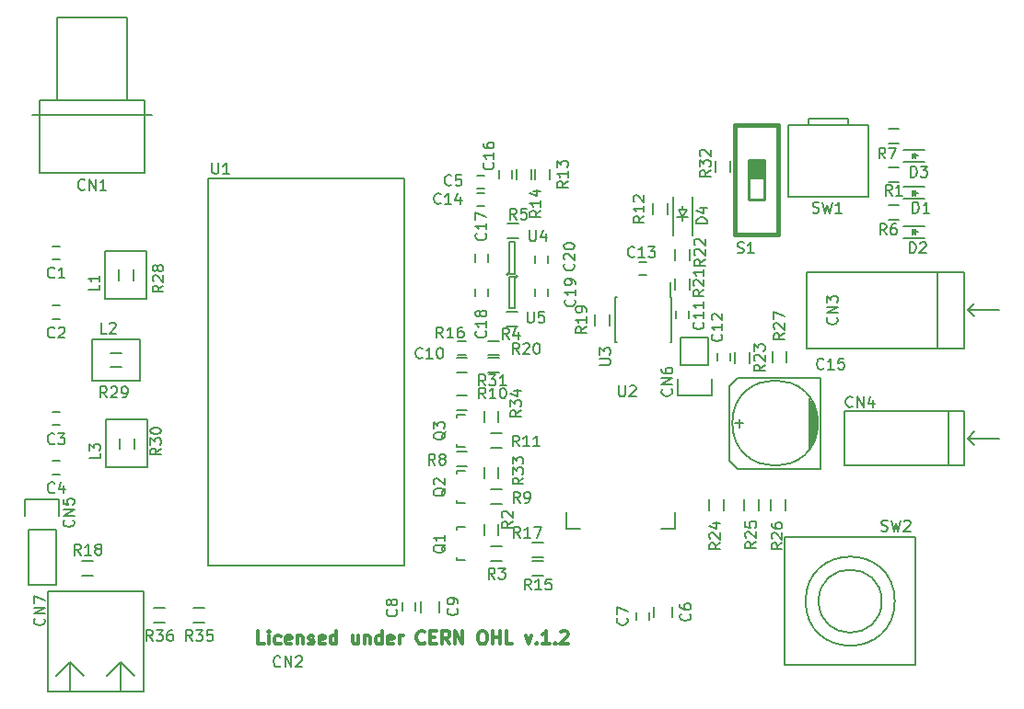
<source format=gto>
G04 #@! TF.GenerationSoftware,KiCad,Pcbnew,5.0.0-fee4fd1~66~ubuntu16.04.1*
G04 #@! TF.CreationDate,2018-08-22T00:33:11+02:00*
G04 #@! TF.ProjectId,ArduTrxShield,41726475547278536869656C642E6B69,x1.1*
G04 #@! TF.SameCoordinates,Original*
G04 #@! TF.FileFunction,Legend,Top*
G04 #@! TF.FilePolarity,Positive*
%FSLAX46Y46*%
G04 Gerber Fmt 4.6, Leading zero omitted, Abs format (unit mm)*
G04 Created by KiCad (PCBNEW 5.0.0-fee4fd1~66~ubuntu16.04.1) date Wed Aug 22 00:33:11 2018*
%MOMM*%
%LPD*%
G01*
G04 APERTURE LIST*
%ADD10C,0.300000*%
%ADD11C,0.150000*%
%ADD12C,0.381000*%
%ADD13C,0.254000*%
G04 APERTURE END LIST*
D10*
X77142857Y-125742857D02*
X76571428Y-125742857D01*
X76571428Y-124542857D01*
X77542857Y-125742857D02*
X77542857Y-124942857D01*
X77542857Y-124542857D02*
X77485714Y-124600000D01*
X77542857Y-124657142D01*
X77600000Y-124600000D01*
X77542857Y-124542857D01*
X77542857Y-124657142D01*
X78628571Y-125685714D02*
X78514285Y-125742857D01*
X78285714Y-125742857D01*
X78171428Y-125685714D01*
X78114285Y-125628571D01*
X78057142Y-125514285D01*
X78057142Y-125171428D01*
X78114285Y-125057142D01*
X78171428Y-125000000D01*
X78285714Y-124942857D01*
X78514285Y-124942857D01*
X78628571Y-125000000D01*
X79600000Y-125685714D02*
X79485714Y-125742857D01*
X79257142Y-125742857D01*
X79142857Y-125685714D01*
X79085714Y-125571428D01*
X79085714Y-125114285D01*
X79142857Y-125000000D01*
X79257142Y-124942857D01*
X79485714Y-124942857D01*
X79600000Y-125000000D01*
X79657142Y-125114285D01*
X79657142Y-125228571D01*
X79085714Y-125342857D01*
X80171428Y-124942857D02*
X80171428Y-125742857D01*
X80171428Y-125057142D02*
X80228571Y-125000000D01*
X80342857Y-124942857D01*
X80514285Y-124942857D01*
X80628571Y-125000000D01*
X80685714Y-125114285D01*
X80685714Y-125742857D01*
X81200000Y-125685714D02*
X81314285Y-125742857D01*
X81542857Y-125742857D01*
X81657142Y-125685714D01*
X81714285Y-125571428D01*
X81714285Y-125514285D01*
X81657142Y-125400000D01*
X81542857Y-125342857D01*
X81371428Y-125342857D01*
X81257142Y-125285714D01*
X81200000Y-125171428D01*
X81200000Y-125114285D01*
X81257142Y-125000000D01*
X81371428Y-124942857D01*
X81542857Y-124942857D01*
X81657142Y-125000000D01*
X82685714Y-125685714D02*
X82571428Y-125742857D01*
X82342857Y-125742857D01*
X82228571Y-125685714D01*
X82171428Y-125571428D01*
X82171428Y-125114285D01*
X82228571Y-125000000D01*
X82342857Y-124942857D01*
X82571428Y-124942857D01*
X82685714Y-125000000D01*
X82742857Y-125114285D01*
X82742857Y-125228571D01*
X82171428Y-125342857D01*
X83771428Y-125742857D02*
X83771428Y-124542857D01*
X83771428Y-125685714D02*
X83657142Y-125742857D01*
X83428571Y-125742857D01*
X83314285Y-125685714D01*
X83257142Y-125628571D01*
X83200000Y-125514285D01*
X83200000Y-125171428D01*
X83257142Y-125057142D01*
X83314285Y-125000000D01*
X83428571Y-124942857D01*
X83657142Y-124942857D01*
X83771428Y-125000000D01*
X85771428Y-124942857D02*
X85771428Y-125742857D01*
X85257142Y-124942857D02*
X85257142Y-125571428D01*
X85314285Y-125685714D01*
X85428571Y-125742857D01*
X85600000Y-125742857D01*
X85714285Y-125685714D01*
X85771428Y-125628571D01*
X86342857Y-124942857D02*
X86342857Y-125742857D01*
X86342857Y-125057142D02*
X86400000Y-125000000D01*
X86514285Y-124942857D01*
X86685714Y-124942857D01*
X86800000Y-125000000D01*
X86857142Y-125114285D01*
X86857142Y-125742857D01*
X87942857Y-125742857D02*
X87942857Y-124542857D01*
X87942857Y-125685714D02*
X87828571Y-125742857D01*
X87600000Y-125742857D01*
X87485714Y-125685714D01*
X87428571Y-125628571D01*
X87371428Y-125514285D01*
X87371428Y-125171428D01*
X87428571Y-125057142D01*
X87485714Y-125000000D01*
X87600000Y-124942857D01*
X87828571Y-124942857D01*
X87942857Y-125000000D01*
X88971428Y-125685714D02*
X88857142Y-125742857D01*
X88628571Y-125742857D01*
X88514285Y-125685714D01*
X88457142Y-125571428D01*
X88457142Y-125114285D01*
X88514285Y-125000000D01*
X88628571Y-124942857D01*
X88857142Y-124942857D01*
X88971428Y-125000000D01*
X89028571Y-125114285D01*
X89028571Y-125228571D01*
X88457142Y-125342857D01*
X89542857Y-125742857D02*
X89542857Y-124942857D01*
X89542857Y-125171428D02*
X89600000Y-125057142D01*
X89657142Y-125000000D01*
X89771428Y-124942857D01*
X89885714Y-124942857D01*
X91885714Y-125628571D02*
X91828571Y-125685714D01*
X91657142Y-125742857D01*
X91542857Y-125742857D01*
X91371428Y-125685714D01*
X91257142Y-125571428D01*
X91200000Y-125457142D01*
X91142857Y-125228571D01*
X91142857Y-125057142D01*
X91200000Y-124828571D01*
X91257142Y-124714285D01*
X91371428Y-124600000D01*
X91542857Y-124542857D01*
X91657142Y-124542857D01*
X91828571Y-124600000D01*
X91885714Y-124657142D01*
X92400000Y-125114285D02*
X92800000Y-125114285D01*
X92971428Y-125742857D02*
X92400000Y-125742857D01*
X92400000Y-124542857D01*
X92971428Y-124542857D01*
X94171428Y-125742857D02*
X93771428Y-125171428D01*
X93485714Y-125742857D02*
X93485714Y-124542857D01*
X93942857Y-124542857D01*
X94057142Y-124600000D01*
X94114285Y-124657142D01*
X94171428Y-124771428D01*
X94171428Y-124942857D01*
X94114285Y-125057142D01*
X94057142Y-125114285D01*
X93942857Y-125171428D01*
X93485714Y-125171428D01*
X94685714Y-125742857D02*
X94685714Y-124542857D01*
X95371428Y-125742857D01*
X95371428Y-124542857D01*
X97085714Y-124542857D02*
X97314285Y-124542857D01*
X97428571Y-124600000D01*
X97542857Y-124714285D01*
X97600000Y-124942857D01*
X97600000Y-125342857D01*
X97542857Y-125571428D01*
X97428571Y-125685714D01*
X97314285Y-125742857D01*
X97085714Y-125742857D01*
X96971428Y-125685714D01*
X96857142Y-125571428D01*
X96800000Y-125342857D01*
X96800000Y-124942857D01*
X96857142Y-124714285D01*
X96971428Y-124600000D01*
X97085714Y-124542857D01*
X98114285Y-125742857D02*
X98114285Y-124542857D01*
X98114285Y-125114285D02*
X98800000Y-125114285D01*
X98800000Y-125742857D02*
X98800000Y-124542857D01*
X99942857Y-125742857D02*
X99371428Y-125742857D01*
X99371428Y-124542857D01*
X101142857Y-124942857D02*
X101428571Y-125742857D01*
X101714285Y-124942857D01*
X102171428Y-125628571D02*
X102228571Y-125685714D01*
X102171428Y-125742857D01*
X102114285Y-125685714D01*
X102171428Y-125628571D01*
X102171428Y-125742857D01*
X103371428Y-125742857D02*
X102685714Y-125742857D01*
X103028571Y-125742857D02*
X103028571Y-124542857D01*
X102914285Y-124714285D01*
X102800000Y-124828571D01*
X102685714Y-124885714D01*
X103885714Y-125628571D02*
X103942857Y-125685714D01*
X103885714Y-125742857D01*
X103828571Y-125685714D01*
X103885714Y-125628571D01*
X103885714Y-125742857D01*
X104400000Y-124657142D02*
X104457142Y-124600000D01*
X104571428Y-124542857D01*
X104857142Y-124542857D01*
X104971428Y-124600000D01*
X105028571Y-124657142D01*
X105085714Y-124771428D01*
X105085714Y-124885714D01*
X105028571Y-125057142D01*
X104342857Y-125742857D01*
X105085714Y-125742857D01*
D11*
G04 #@! TO.C,CN1*
X66100000Y-75700000D02*
X66100000Y-82400000D01*
X56500000Y-75700000D02*
X66100000Y-75700000D01*
X56500000Y-82400000D02*
X56500000Y-75700000D01*
X66100000Y-82400000D02*
X56500000Y-82400000D01*
X66800000Y-77000000D02*
X55800000Y-77000000D01*
X58100000Y-68100000D02*
X58100000Y-75700000D01*
X64500000Y-68100000D02*
X58100000Y-68100000D01*
X64500000Y-75700000D02*
X64500000Y-68100000D01*
G04 #@! TO.C,L1*
X62500000Y-89600000D02*
X66300000Y-89600000D01*
X62500000Y-94000000D02*
X62500000Y-89600000D01*
X66300000Y-94000000D02*
X62500000Y-94000000D01*
X66300000Y-89600000D02*
X66300000Y-94000000D01*
G04 #@! TO.C,L2*
X65700000Y-97700000D02*
X65700000Y-101500000D01*
X61300000Y-97700000D02*
X65700000Y-97700000D01*
X61300000Y-101500000D02*
X61300000Y-97700000D01*
X65700000Y-101500000D02*
X61300000Y-101500000D01*
G04 #@! TO.C,L3*
X62600000Y-105100000D02*
X66400000Y-105100000D01*
X62600000Y-109500000D02*
X62600000Y-105100000D01*
X66400000Y-109500000D02*
X62600000Y-109500000D01*
X66400000Y-105100000D02*
X66400000Y-109500000D01*
G04 #@! TO.C,U1*
X72000000Y-82900000D02*
X72000000Y-118500000D01*
X90000000Y-82900000D02*
X72000000Y-82900000D01*
X90000000Y-118500000D02*
X90000000Y-82900000D01*
X72000000Y-118500000D02*
X90000000Y-118500000D01*
G04 #@! TO.C,U2*
X104900000Y-115100000D02*
X106150000Y-115100000D01*
X104900000Y-115100000D02*
X104900000Y-113600000D01*
X114900000Y-115100000D02*
X114900000Y-113600000D01*
X114900000Y-115100000D02*
X113650000Y-115100000D01*
G04 #@! TO.C,U3*
X114433500Y-93820500D02*
X114433500Y-92420500D01*
X109428500Y-93820500D02*
X109428500Y-97970500D01*
X114578500Y-93820500D02*
X114578500Y-97970500D01*
X109428500Y-93820500D02*
X109573500Y-93820500D01*
X109428500Y-97970500D02*
X109573500Y-97970500D01*
X114578500Y-97970500D02*
X114433500Y-97970500D01*
X114578500Y-93820500D02*
X114433500Y-93820500D01*
G04 #@! TO.C,Q1*
X94849760Y-115000180D02*
X95550800Y-115000180D01*
X94849760Y-115200840D02*
X94849760Y-115000180D01*
X94849760Y-117999820D02*
X94849760Y-117750900D01*
X95550800Y-117999820D02*
X94849760Y-117999820D01*
X94849760Y-115200840D02*
X94849760Y-115249100D01*
G04 #@! TO.C,Q2*
X94849760Y-109800180D02*
X95550800Y-109800180D01*
X94849760Y-110000840D02*
X94849760Y-109800180D01*
X94849760Y-112799820D02*
X94849760Y-112550900D01*
X95550800Y-112799820D02*
X94849760Y-112799820D01*
X94849760Y-110000840D02*
X94849760Y-110049100D01*
G04 #@! TO.C,Q3*
X94849760Y-104600180D02*
X95550800Y-104600180D01*
X94849760Y-104800840D02*
X94849760Y-104600180D01*
X94849760Y-107599820D02*
X94849760Y-107350900D01*
X95550800Y-107599820D02*
X94849760Y-107599820D01*
X94849760Y-104800840D02*
X94849760Y-104849100D01*
G04 #@! TO.C,SW2*
X135100000Y-121800000D02*
G75*
G03X135100000Y-121800000I-4100000J0D01*
G01*
X133900000Y-121800000D02*
G75*
G03X133900000Y-121800000I-2900000J0D01*
G01*
X137000000Y-127700000D02*
X125000000Y-127700000D01*
X137000000Y-115900000D02*
X137000000Y-127700000D01*
X125000000Y-115900000D02*
X137000000Y-115900000D01*
X125000000Y-115900000D02*
X125000000Y-127700000D01*
G04 #@! TO.C,CN4*
X130500000Y-104300000D02*
X141500000Y-104300000D01*
X130500000Y-109300000D02*
X130500000Y-104300000D01*
X141500000Y-109300000D02*
X130500000Y-109300000D01*
X141500000Y-104300000D02*
X141500000Y-109300000D01*
X140000000Y-104300000D02*
X140000000Y-109300000D01*
X144700000Y-106800000D02*
X141800000Y-106800000D01*
X141800000Y-106800000D02*
X142400000Y-107400000D01*
X142400000Y-106200000D02*
X141800000Y-106800000D01*
G04 #@! TO.C,SW1*
X132700000Y-78000000D02*
X132700000Y-84600000D01*
X125300000Y-78000000D02*
X132700000Y-78000000D01*
X125300000Y-84600000D02*
X125300000Y-78000000D01*
X132700000Y-84600000D02*
X125300000Y-84600000D01*
X127200000Y-77400000D02*
X127200000Y-78000000D01*
X130800000Y-77400000D02*
X127200000Y-77400000D01*
X130800000Y-77400000D02*
X130800000Y-78000000D01*
G04 #@! TO.C,CN5*
X55150000Y-112410000D02*
X58250000Y-112410000D01*
X55150000Y-113960000D02*
X55150000Y-112410000D01*
X57970000Y-115230000D02*
X55430000Y-115230000D01*
X58250000Y-112410000D02*
X58250000Y-113960000D01*
X57970000Y-120310000D02*
X57970000Y-115230000D01*
X55430000Y-120310000D02*
X57970000Y-120310000D01*
X55430000Y-115230000D02*
X55430000Y-120310000D01*
G04 #@! TO.C,CN6*
X117970000Y-97490000D02*
X115430000Y-97490000D01*
X117970000Y-100030000D02*
X117970000Y-97490000D01*
X118250000Y-102850000D02*
X115150000Y-102850000D01*
X118250000Y-101300000D02*
X118250000Y-102850000D01*
X115430000Y-100030000D02*
X117970000Y-100030000D01*
X115150000Y-102850000D02*
X115150000Y-101300000D01*
X115430000Y-100030000D02*
X115430000Y-97490000D01*
G04 #@! TO.C,C15*
X128037000Y-105400000D02*
G75*
G03X128037000Y-105400000I-3937000J0D01*
G01*
X120798000Y-105781000D02*
X120798000Y-105019000D01*
X120417000Y-105400000D02*
X121179000Y-105400000D01*
X120671000Y-109591000D02*
X128291000Y-109591000D01*
X119909000Y-108829000D02*
X120671000Y-109591000D01*
X119909000Y-101971000D02*
X119909000Y-108829000D01*
X120671000Y-101209000D02*
X119909000Y-101971000D01*
X128291000Y-101209000D02*
X120671000Y-101209000D01*
X128291000Y-109591000D02*
X128291000Y-101209000D01*
X127275000Y-107686000D02*
X127275000Y-103114000D01*
X127402000Y-103368000D02*
X127402000Y-107432000D01*
X127529000Y-103495000D02*
X127529000Y-107305000D01*
X127656000Y-107051000D02*
X127656000Y-103749000D01*
X127783000Y-104003000D02*
X127783000Y-106797000D01*
X127910000Y-106416000D02*
X127910000Y-104384000D01*
G04 #@! TO.C,C1*
X57650000Y-89100000D02*
X58350000Y-89100000D01*
X58350000Y-90300000D02*
X57650000Y-90300000D01*
G04 #@! TO.C,C2*
X57650000Y-94600000D02*
X58350000Y-94600000D01*
X58350000Y-95800000D02*
X57650000Y-95800000D01*
G04 #@! TO.C,C3*
X57650000Y-104400000D02*
X58350000Y-104400000D01*
X58350000Y-105600000D02*
X57650000Y-105600000D01*
G04 #@! TO.C,C4*
X57650000Y-108900000D02*
X58350000Y-108900000D01*
X58350000Y-110100000D02*
X57650000Y-110100000D01*
G04 #@! TO.C,C5*
X96650000Y-82600000D02*
X97350000Y-82600000D01*
X97350000Y-83800000D02*
X96650000Y-83800000D01*
G04 #@! TO.C,C6*
X112950000Y-122300000D02*
X112950000Y-123300000D01*
X114650000Y-123300000D02*
X114650000Y-122300000D01*
G04 #@! TO.C,C7*
X111300000Y-123550000D02*
X111300000Y-122850000D01*
X112500000Y-122850000D02*
X112500000Y-123550000D01*
G04 #@! TO.C,C8*
X89800000Y-122650000D02*
X89800000Y-121950000D01*
X91000000Y-121950000D02*
X91000000Y-122650000D01*
G04 #@! TO.C,C9*
X91550000Y-121800000D02*
X91550000Y-122800000D01*
X93250000Y-122800000D02*
X93250000Y-121800000D01*
G04 #@! TO.C,C10*
X94950000Y-97900000D02*
X95650000Y-97900000D01*
X95650000Y-99100000D02*
X94950000Y-99100000D01*
G04 #@! TO.C,C11*
X115000000Y-95750000D02*
X115000000Y-95050000D01*
X116200000Y-95050000D02*
X116200000Y-95750000D01*
G04 #@! TO.C,C12*
X120000000Y-98950000D02*
X120000000Y-99650000D01*
X118800000Y-99650000D02*
X118800000Y-98950000D01*
G04 #@! TO.C,C13*
X111550000Y-90600000D02*
X112250000Y-90600000D01*
X112250000Y-91800000D02*
X111550000Y-91800000D01*
G04 #@! TO.C,C14*
X96650000Y-84200000D02*
X97350000Y-84200000D01*
X97350000Y-85400000D02*
X96650000Y-85400000D01*
G04 #@! TO.C,C16*
X99900000Y-82150000D02*
X99900000Y-82850000D01*
X98700000Y-82850000D02*
X98700000Y-82150000D01*
G04 #@! TO.C,C17*
X97700000Y-89850000D02*
X97700000Y-90550000D01*
X96500000Y-90550000D02*
X96500000Y-89850000D01*
G04 #@! TO.C,C18*
X96500000Y-93750000D02*
X96500000Y-93050000D01*
X97700000Y-93050000D02*
X97700000Y-93750000D01*
G04 #@! TO.C,C19*
X102000000Y-93750000D02*
X102000000Y-93050000D01*
X103200000Y-93050000D02*
X103200000Y-93750000D01*
G04 #@! TO.C,C20*
X103200000Y-89950000D02*
X103200000Y-90650000D01*
X102000000Y-90650000D02*
X102000000Y-89950000D01*
G04 #@! TO.C,D1*
X137000000Y-84450000D02*
X136750000Y-84200000D01*
X137000000Y-83950000D02*
X137000000Y-84450000D01*
X136750000Y-84200000D02*
X137000000Y-83950000D01*
X136750000Y-83950000D02*
X136750000Y-84450000D01*
X136800000Y-84200000D02*
X137250000Y-84200000D01*
X135900000Y-83650000D02*
X137800000Y-83650000D01*
X135900000Y-84750000D02*
X137800000Y-84750000D01*
G04 #@! TO.C,D2*
X137000000Y-88050000D02*
X136750000Y-87800000D01*
X137000000Y-87550000D02*
X137000000Y-88050000D01*
X136750000Y-87800000D02*
X137000000Y-87550000D01*
X136750000Y-87550000D02*
X136750000Y-88050000D01*
X136800000Y-87800000D02*
X137250000Y-87800000D01*
X135900000Y-87250000D02*
X137800000Y-87250000D01*
X135900000Y-88350000D02*
X137800000Y-88350000D01*
G04 #@! TO.C,D3*
X137000000Y-81050000D02*
X136750000Y-80800000D01*
X137000000Y-80550000D02*
X137000000Y-81050000D01*
X136750000Y-80800000D02*
X137000000Y-80550000D01*
X136750000Y-80550000D02*
X136750000Y-81050000D01*
X136800000Y-80800000D02*
X137250000Y-80800000D01*
X135900000Y-80250000D02*
X137800000Y-80250000D01*
X135900000Y-81350000D02*
X137800000Y-81350000D01*
G04 #@! TO.C,D4*
X114700000Y-88100000D02*
X114700000Y-84560000D01*
X116500000Y-88100000D02*
X116500000Y-84560000D01*
X115092000Y-86417500D02*
X116108000Y-86417500D01*
X115981000Y-85782500D02*
X115600000Y-86417500D01*
X115219000Y-85782500D02*
X115981000Y-85782500D01*
X115600000Y-86417500D02*
X115219000Y-85782500D01*
X115600000Y-86798500D02*
X115600000Y-86417500D01*
X115600000Y-85782500D02*
X115600000Y-85401500D01*
G04 #@! TO.C,R1*
X135500000Y-83175000D02*
X134500000Y-83175000D01*
X134500000Y-81825000D02*
X135500000Y-81825000D01*
G04 #@! TO.C,R3*
X99000000Y-118075000D02*
X98000000Y-118075000D01*
X98000000Y-116725000D02*
X99000000Y-116725000D01*
G04 #@! TO.C,R4*
X100400000Y-96475000D02*
X99400000Y-96475000D01*
X99400000Y-95125000D02*
X100400000Y-95125000D01*
G04 #@! TO.C,R5*
X100500000Y-88375000D02*
X99500000Y-88375000D01*
X99500000Y-87025000D02*
X100500000Y-87025000D01*
G04 #@! TO.C,R6*
X135500000Y-86675000D02*
X134500000Y-86675000D01*
X134500000Y-85325000D02*
X135500000Y-85325000D01*
G04 #@! TO.C,R7*
X135500000Y-79675000D02*
X134500000Y-79675000D01*
X134500000Y-78325000D02*
X135500000Y-78325000D01*
G04 #@! TO.C,R8*
X95800000Y-109375000D02*
X94800000Y-109375000D01*
X94800000Y-108025000D02*
X95800000Y-108025000D01*
G04 #@! TO.C,R9*
X99000000Y-112875000D02*
X98000000Y-112875000D01*
X98000000Y-111525000D02*
X99000000Y-111525000D01*
G04 #@! TO.C,R10*
X95800000Y-104175000D02*
X94800000Y-104175000D01*
X94800000Y-102825000D02*
X95800000Y-102825000D01*
G04 #@! TO.C,R11*
X99000000Y-107675000D02*
X98000000Y-107675000D01*
X98000000Y-106325000D02*
X99000000Y-106325000D01*
G04 #@! TO.C,R12*
X112825000Y-86200000D02*
X112825000Y-85200000D01*
X114175000Y-85200000D02*
X114175000Y-86200000D01*
G04 #@! TO.C,R13*
X103375000Y-82000000D02*
X103375000Y-83000000D01*
X102025000Y-83000000D02*
X102025000Y-82000000D01*
G04 #@! TO.C,R14*
X100325000Y-83000000D02*
X100325000Y-82000000D01*
X101675000Y-82000000D02*
X101675000Y-83000000D01*
G04 #@! TO.C,R15*
X101800000Y-118125000D02*
X102800000Y-118125000D01*
X102800000Y-119475000D02*
X101800000Y-119475000D01*
G04 #@! TO.C,R16*
X94800000Y-99425000D02*
X95800000Y-99425000D01*
X95800000Y-100775000D02*
X94800000Y-100775000D01*
G04 #@! TO.C,R17*
X102800000Y-117775000D02*
X101800000Y-117775000D01*
X101800000Y-116425000D02*
X102800000Y-116425000D01*
G04 #@! TO.C,R18*
X61400000Y-119475000D02*
X60400000Y-119475000D01*
X60400000Y-118125000D02*
X61400000Y-118125000D01*
G04 #@! TO.C,R19*
X107525000Y-96400000D02*
X107525000Y-95400000D01*
X108875000Y-95400000D02*
X108875000Y-96400000D01*
G04 #@! TO.C,R20*
X98700000Y-99175000D02*
X97700000Y-99175000D01*
X97700000Y-97825000D02*
X98700000Y-97825000D01*
G04 #@! TO.C,R21*
X114925000Y-93100000D02*
X114925000Y-92100000D01*
X116275000Y-92100000D02*
X116275000Y-93100000D01*
G04 #@! TO.C,R22*
X114925000Y-90400000D02*
X114925000Y-89400000D01*
X116275000Y-89400000D02*
X116275000Y-90400000D01*
G04 #@! TO.C,R23*
X120425000Y-99900000D02*
X120425000Y-98900000D01*
X121775000Y-98900000D02*
X121775000Y-99900000D01*
G04 #@! TO.C,R24*
X119375000Y-112400000D02*
X119375000Y-113400000D01*
X118025000Y-113400000D02*
X118025000Y-112400000D01*
G04 #@! TO.C,R25*
X122575000Y-112400000D02*
X122575000Y-113400000D01*
X121225000Y-113400000D02*
X121225000Y-112400000D01*
G04 #@! TO.C,R26*
X125075000Y-112400000D02*
X125075000Y-113400000D01*
X123725000Y-113400000D02*
X123725000Y-112400000D01*
G04 #@! TO.C,R27*
X123825000Y-99800000D02*
X123825000Y-98800000D01*
X125175000Y-98800000D02*
X125175000Y-99800000D01*
G04 #@! TO.C,R28*
X63725000Y-92300000D02*
X63725000Y-91300000D01*
X65075000Y-91300000D02*
X65075000Y-92300000D01*
G04 #@! TO.C,R29*
X63000000Y-98925000D02*
X64000000Y-98925000D01*
X64000000Y-100275000D02*
X63000000Y-100275000D01*
G04 #@! TO.C,R30*
X63825000Y-107800000D02*
X63825000Y-106800000D01*
X65175000Y-106800000D02*
X65175000Y-107800000D01*
G04 #@! TO.C,R31*
X97700000Y-99425000D02*
X98700000Y-99425000D01*
X98700000Y-100775000D02*
X97700000Y-100775000D01*
G04 #@! TO.C,R32*
X119975000Y-81300000D02*
X119975000Y-82300000D01*
X118625000Y-82300000D02*
X118625000Y-81300000D01*
D12*
G04 #@! TO.C,S1*
X120401020Y-88001260D02*
X120401020Y-77998740D01*
X124398980Y-88001260D02*
X120401020Y-88001260D01*
X124398980Y-77998740D02*
X124398980Y-88001260D01*
X120401020Y-77998740D02*
X124398980Y-77998740D01*
D13*
X123101040Y-81199140D02*
X121698960Y-81199140D01*
X123101040Y-84800860D02*
X123101040Y-81199140D01*
X121698960Y-84800860D02*
X123101040Y-84800860D01*
X121698960Y-81199140D02*
X121698960Y-84800860D01*
X121698960Y-82799340D02*
X123101040Y-82799340D01*
X121698960Y-82598680D02*
X123101040Y-82598680D01*
X121698960Y-82199900D02*
X123101040Y-82199900D01*
X121698960Y-82400560D02*
X123101040Y-82400560D01*
X121698960Y-81600460D02*
X123101040Y-81600460D01*
X121698960Y-81399800D02*
X123101040Y-81399800D01*
X121698960Y-81798580D02*
X123101040Y-81798580D01*
X121698960Y-81999240D02*
X123101040Y-81999240D01*
D11*
G04 #@! TO.C,U4*
X99650000Y-91950000D02*
X99650000Y-94850000D01*
X99650000Y-94850000D02*
X100150000Y-94850000D01*
X100150000Y-94850000D02*
X100150000Y-91950000D01*
X100150000Y-91950000D02*
X99650000Y-91950000D01*
X99600000Y-91700000D02*
G75*
G03X99600000Y-91700000I-100000J0D01*
G01*
G04 #@! TO.C,U5*
X100150000Y-91650000D02*
X100150000Y-88750000D01*
X100150000Y-88750000D02*
X99650000Y-88750000D01*
X99650000Y-88750000D02*
X99650000Y-91650000D01*
X99650000Y-91650000D02*
X100150000Y-91650000D01*
X100400000Y-91900000D02*
G75*
G03X100400000Y-91900000I-100000J0D01*
G01*
G04 #@! TO.C,CN3*
X139000000Y-91500000D02*
X139000000Y-98500000D01*
X141500000Y-91500000D02*
X141500000Y-98500000D01*
X141500000Y-98500000D02*
X127000000Y-98500000D01*
X127000000Y-98500000D02*
X127000000Y-91500000D01*
X127000000Y-91500000D02*
X141500000Y-91500000D01*
X142400000Y-94400000D02*
X141800000Y-95000000D01*
X141800000Y-95000000D02*
X142400000Y-95600000D01*
X144700000Y-95000000D02*
X141800000Y-95000000D01*
G04 #@! TO.C,R2*
X98675000Y-114700000D02*
X98675000Y-115700000D01*
X97325000Y-115700000D02*
X97325000Y-114700000D01*
G04 #@! TO.C,R33*
X97325000Y-110500000D02*
X97325000Y-109500000D01*
X98675000Y-109500000D02*
X98675000Y-110500000D01*
G04 #@! TO.C,R34*
X98675000Y-104300000D02*
X98675000Y-105300000D01*
X97325000Y-105300000D02*
X97325000Y-104300000D01*
G04 #@! TO.C,R35*
X70650000Y-122425000D02*
X71650000Y-122425000D01*
X71650000Y-123775000D02*
X70650000Y-123775000D01*
G04 #@! TO.C,R36*
X68000000Y-123775000D02*
X67000000Y-123775000D01*
X67000000Y-122425000D02*
X68000000Y-122425000D01*
G04 #@! TO.C,CN7*
X63960000Y-127450000D02*
X65230000Y-128720000D01*
X63960000Y-127450000D02*
X62690000Y-128720000D01*
X63960000Y-127450000D02*
X63960000Y-129990000D01*
X59240000Y-127450000D02*
X60510000Y-128720000D01*
X59240000Y-127450000D02*
X57970000Y-128720000D01*
X59240000Y-129990000D02*
X59240000Y-127450000D01*
X57195000Y-120900000D02*
X57195000Y-130100000D01*
X57195000Y-130100000D02*
X66005000Y-130100000D01*
X66005000Y-120900000D02*
X66005000Y-130100000D01*
X57195000Y-120900000D02*
X66005000Y-120900000D01*
G04 #@! TO.C,CN2*
X78609523Y-127757142D02*
X78561904Y-127804761D01*
X78419047Y-127852380D01*
X78323809Y-127852380D01*
X78180952Y-127804761D01*
X78085714Y-127709523D01*
X78038095Y-127614285D01*
X77990476Y-127423809D01*
X77990476Y-127280952D01*
X78038095Y-127090476D01*
X78085714Y-126995238D01*
X78180952Y-126900000D01*
X78323809Y-126852380D01*
X78419047Y-126852380D01*
X78561904Y-126900000D01*
X78609523Y-126947619D01*
X79038095Y-127852380D02*
X79038095Y-126852380D01*
X79609523Y-127852380D01*
X79609523Y-126852380D01*
X80038095Y-126947619D02*
X80085714Y-126900000D01*
X80180952Y-126852380D01*
X80419047Y-126852380D01*
X80514285Y-126900000D01*
X80561904Y-126947619D01*
X80609523Y-127042857D01*
X80609523Y-127138095D01*
X80561904Y-127280952D01*
X79990476Y-127852380D01*
X80609523Y-127852380D01*
G04 #@! TO.C,CN1*
X60609523Y-83857142D02*
X60561904Y-83904761D01*
X60419047Y-83952380D01*
X60323809Y-83952380D01*
X60180952Y-83904761D01*
X60085714Y-83809523D01*
X60038095Y-83714285D01*
X59990476Y-83523809D01*
X59990476Y-83380952D01*
X60038095Y-83190476D01*
X60085714Y-83095238D01*
X60180952Y-83000000D01*
X60323809Y-82952380D01*
X60419047Y-82952380D01*
X60561904Y-83000000D01*
X60609523Y-83047619D01*
X61038095Y-83952380D02*
X61038095Y-82952380D01*
X61609523Y-83952380D01*
X61609523Y-82952380D01*
X62609523Y-83952380D02*
X62038095Y-83952380D01*
X62323809Y-83952380D02*
X62323809Y-82952380D01*
X62228571Y-83095238D01*
X62133333Y-83190476D01*
X62038095Y-83238095D01*
G04 #@! TO.C,L1*
X61952380Y-92666666D02*
X61952380Y-93142857D01*
X60952380Y-93142857D01*
X61952380Y-91809523D02*
X61952380Y-92380952D01*
X61952380Y-92095238D02*
X60952380Y-92095238D01*
X61095238Y-92190476D01*
X61190476Y-92285714D01*
X61238095Y-92380952D01*
G04 #@! TO.C,L2*
X62633333Y-97152380D02*
X62157142Y-97152380D01*
X62157142Y-96152380D01*
X62919047Y-96247619D02*
X62966666Y-96200000D01*
X63061904Y-96152380D01*
X63300000Y-96152380D01*
X63395238Y-96200000D01*
X63442857Y-96247619D01*
X63490476Y-96342857D01*
X63490476Y-96438095D01*
X63442857Y-96580952D01*
X62871428Y-97152380D01*
X63490476Y-97152380D01*
G04 #@! TO.C,L3*
X62052380Y-108166666D02*
X62052380Y-108642857D01*
X61052380Y-108642857D01*
X61052380Y-107928571D02*
X61052380Y-107309523D01*
X61433333Y-107642857D01*
X61433333Y-107500000D01*
X61480952Y-107404761D01*
X61528571Y-107357142D01*
X61623809Y-107309523D01*
X61861904Y-107309523D01*
X61957142Y-107357142D01*
X62004761Y-107404761D01*
X62052380Y-107500000D01*
X62052380Y-107785714D01*
X62004761Y-107880952D01*
X61957142Y-107928571D01*
G04 #@! TO.C,U1*
X72338095Y-81452380D02*
X72338095Y-82261904D01*
X72385714Y-82357142D01*
X72433333Y-82404761D01*
X72528571Y-82452380D01*
X72719047Y-82452380D01*
X72814285Y-82404761D01*
X72861904Y-82357142D01*
X72909523Y-82261904D01*
X72909523Y-81452380D01*
X73909523Y-82452380D02*
X73338095Y-82452380D01*
X73623809Y-82452380D02*
X73623809Y-81452380D01*
X73528571Y-81595238D01*
X73433333Y-81690476D01*
X73338095Y-81738095D01*
G04 #@! TO.C,U2*
X109738095Y-101952380D02*
X109738095Y-102761904D01*
X109785714Y-102857142D01*
X109833333Y-102904761D01*
X109928571Y-102952380D01*
X110119047Y-102952380D01*
X110214285Y-102904761D01*
X110261904Y-102857142D01*
X110309523Y-102761904D01*
X110309523Y-101952380D01*
X110738095Y-102047619D02*
X110785714Y-102000000D01*
X110880952Y-101952380D01*
X111119047Y-101952380D01*
X111214285Y-102000000D01*
X111261904Y-102047619D01*
X111309523Y-102142857D01*
X111309523Y-102238095D01*
X111261904Y-102380952D01*
X110690476Y-102952380D01*
X111309523Y-102952380D01*
G04 #@! TO.C,U3*
X107952380Y-100061904D02*
X108761904Y-100061904D01*
X108857142Y-100014285D01*
X108904761Y-99966666D01*
X108952380Y-99871428D01*
X108952380Y-99680952D01*
X108904761Y-99585714D01*
X108857142Y-99538095D01*
X108761904Y-99490476D01*
X107952380Y-99490476D01*
X107952380Y-99109523D02*
X107952380Y-98490476D01*
X108333333Y-98823809D01*
X108333333Y-98680952D01*
X108380952Y-98585714D01*
X108428571Y-98538095D01*
X108523809Y-98490476D01*
X108761904Y-98490476D01*
X108857142Y-98538095D01*
X108904761Y-98585714D01*
X108952380Y-98680952D01*
X108952380Y-98966666D01*
X108904761Y-99061904D01*
X108857142Y-99109523D01*
G04 #@! TO.C,Q1*
X93797619Y-116595238D02*
X93750000Y-116690476D01*
X93654761Y-116785714D01*
X93511904Y-116928571D01*
X93464285Y-117023809D01*
X93464285Y-117119047D01*
X93702380Y-117071428D02*
X93654761Y-117166666D01*
X93559523Y-117261904D01*
X93369047Y-117309523D01*
X93035714Y-117309523D01*
X92845238Y-117261904D01*
X92750000Y-117166666D01*
X92702380Y-117071428D01*
X92702380Y-116880952D01*
X92750000Y-116785714D01*
X92845238Y-116690476D01*
X93035714Y-116642857D01*
X93369047Y-116642857D01*
X93559523Y-116690476D01*
X93654761Y-116785714D01*
X93702380Y-116880952D01*
X93702380Y-117071428D01*
X93702380Y-115690476D02*
X93702380Y-116261904D01*
X93702380Y-115976190D02*
X92702380Y-115976190D01*
X92845238Y-116071428D01*
X92940476Y-116166666D01*
X92988095Y-116261904D01*
G04 #@! TO.C,Q2*
X93797619Y-111395238D02*
X93750000Y-111490476D01*
X93654761Y-111585714D01*
X93511904Y-111728571D01*
X93464285Y-111823809D01*
X93464285Y-111919047D01*
X93702380Y-111871428D02*
X93654761Y-111966666D01*
X93559523Y-112061904D01*
X93369047Y-112109523D01*
X93035714Y-112109523D01*
X92845238Y-112061904D01*
X92750000Y-111966666D01*
X92702380Y-111871428D01*
X92702380Y-111680952D01*
X92750000Y-111585714D01*
X92845238Y-111490476D01*
X93035714Y-111442857D01*
X93369047Y-111442857D01*
X93559523Y-111490476D01*
X93654761Y-111585714D01*
X93702380Y-111680952D01*
X93702380Y-111871428D01*
X92797619Y-111061904D02*
X92750000Y-111014285D01*
X92702380Y-110919047D01*
X92702380Y-110680952D01*
X92750000Y-110585714D01*
X92797619Y-110538095D01*
X92892857Y-110490476D01*
X92988095Y-110490476D01*
X93130952Y-110538095D01*
X93702380Y-111109523D01*
X93702380Y-110490476D01*
G04 #@! TO.C,Q3*
X93797619Y-106195238D02*
X93750000Y-106290476D01*
X93654761Y-106385714D01*
X93511904Y-106528571D01*
X93464285Y-106623809D01*
X93464285Y-106719047D01*
X93702380Y-106671428D02*
X93654761Y-106766666D01*
X93559523Y-106861904D01*
X93369047Y-106909523D01*
X93035714Y-106909523D01*
X92845238Y-106861904D01*
X92750000Y-106766666D01*
X92702380Y-106671428D01*
X92702380Y-106480952D01*
X92750000Y-106385714D01*
X92845238Y-106290476D01*
X93035714Y-106242857D01*
X93369047Y-106242857D01*
X93559523Y-106290476D01*
X93654761Y-106385714D01*
X93702380Y-106480952D01*
X93702380Y-106671428D01*
X92702380Y-105909523D02*
X92702380Y-105290476D01*
X93083333Y-105623809D01*
X93083333Y-105480952D01*
X93130952Y-105385714D01*
X93178571Y-105338095D01*
X93273809Y-105290476D01*
X93511904Y-105290476D01*
X93607142Y-105338095D01*
X93654761Y-105385714D01*
X93702380Y-105480952D01*
X93702380Y-105766666D01*
X93654761Y-105861904D01*
X93607142Y-105909523D01*
G04 #@! TO.C,SW2*
X133866666Y-115304761D02*
X134009523Y-115352380D01*
X134247619Y-115352380D01*
X134342857Y-115304761D01*
X134390476Y-115257142D01*
X134438095Y-115161904D01*
X134438095Y-115066666D01*
X134390476Y-114971428D01*
X134342857Y-114923809D01*
X134247619Y-114876190D01*
X134057142Y-114828571D01*
X133961904Y-114780952D01*
X133914285Y-114733333D01*
X133866666Y-114638095D01*
X133866666Y-114542857D01*
X133914285Y-114447619D01*
X133961904Y-114400000D01*
X134057142Y-114352380D01*
X134295238Y-114352380D01*
X134438095Y-114400000D01*
X134771428Y-114352380D02*
X135009523Y-115352380D01*
X135200000Y-114638095D01*
X135390476Y-115352380D01*
X135628571Y-114352380D01*
X135961904Y-114447619D02*
X136009523Y-114400000D01*
X136104761Y-114352380D01*
X136342857Y-114352380D01*
X136438095Y-114400000D01*
X136485714Y-114447619D01*
X136533333Y-114542857D01*
X136533333Y-114638095D01*
X136485714Y-114780952D01*
X135914285Y-115352380D01*
X136533333Y-115352380D01*
G04 #@! TO.C,CN4*
X131209523Y-103857142D02*
X131161904Y-103904761D01*
X131019047Y-103952380D01*
X130923809Y-103952380D01*
X130780952Y-103904761D01*
X130685714Y-103809523D01*
X130638095Y-103714285D01*
X130590476Y-103523809D01*
X130590476Y-103380952D01*
X130638095Y-103190476D01*
X130685714Y-103095238D01*
X130780952Y-103000000D01*
X130923809Y-102952380D01*
X131019047Y-102952380D01*
X131161904Y-103000000D01*
X131209523Y-103047619D01*
X131638095Y-103952380D02*
X131638095Y-102952380D01*
X132209523Y-103952380D01*
X132209523Y-102952380D01*
X133114285Y-103285714D02*
X133114285Y-103952380D01*
X132876190Y-102904761D02*
X132638095Y-103619047D01*
X133257142Y-103619047D01*
G04 #@! TO.C,SW1*
X127566666Y-86004761D02*
X127709523Y-86052380D01*
X127947619Y-86052380D01*
X128042857Y-86004761D01*
X128090476Y-85957142D01*
X128138095Y-85861904D01*
X128138095Y-85766666D01*
X128090476Y-85671428D01*
X128042857Y-85623809D01*
X127947619Y-85576190D01*
X127757142Y-85528571D01*
X127661904Y-85480952D01*
X127614285Y-85433333D01*
X127566666Y-85338095D01*
X127566666Y-85242857D01*
X127614285Y-85147619D01*
X127661904Y-85100000D01*
X127757142Y-85052380D01*
X127995238Y-85052380D01*
X128138095Y-85100000D01*
X128471428Y-85052380D02*
X128709523Y-86052380D01*
X128900000Y-85338095D01*
X129090476Y-86052380D01*
X129328571Y-85052380D01*
X130233333Y-86052380D02*
X129661904Y-86052380D01*
X129947619Y-86052380D02*
X129947619Y-85052380D01*
X129852380Y-85195238D01*
X129757142Y-85290476D01*
X129661904Y-85338095D01*
G04 #@! TO.C,CN5*
X59557142Y-114350476D02*
X59604761Y-114398095D01*
X59652380Y-114540952D01*
X59652380Y-114636190D01*
X59604761Y-114779047D01*
X59509523Y-114874285D01*
X59414285Y-114921904D01*
X59223809Y-114969523D01*
X59080952Y-114969523D01*
X58890476Y-114921904D01*
X58795238Y-114874285D01*
X58700000Y-114779047D01*
X58652380Y-114636190D01*
X58652380Y-114540952D01*
X58700000Y-114398095D01*
X58747619Y-114350476D01*
X59652380Y-113921904D02*
X58652380Y-113921904D01*
X59652380Y-113350476D01*
X58652380Y-113350476D01*
X58652380Y-112398095D02*
X58652380Y-112874285D01*
X59128571Y-112921904D01*
X59080952Y-112874285D01*
X59033333Y-112779047D01*
X59033333Y-112540952D01*
X59080952Y-112445714D01*
X59128571Y-112398095D01*
X59223809Y-112350476D01*
X59461904Y-112350476D01*
X59557142Y-112398095D01*
X59604761Y-112445714D01*
X59652380Y-112540952D01*
X59652380Y-112779047D01*
X59604761Y-112874285D01*
X59557142Y-112921904D01*
G04 #@! TO.C,CN6*
X114557142Y-102290476D02*
X114604761Y-102338095D01*
X114652380Y-102480952D01*
X114652380Y-102576190D01*
X114604761Y-102719047D01*
X114509523Y-102814285D01*
X114414285Y-102861904D01*
X114223809Y-102909523D01*
X114080952Y-102909523D01*
X113890476Y-102861904D01*
X113795238Y-102814285D01*
X113700000Y-102719047D01*
X113652380Y-102576190D01*
X113652380Y-102480952D01*
X113700000Y-102338095D01*
X113747619Y-102290476D01*
X114652380Y-101861904D02*
X113652380Y-101861904D01*
X114652380Y-101290476D01*
X113652380Y-101290476D01*
X113652380Y-100385714D02*
X113652380Y-100576190D01*
X113700000Y-100671428D01*
X113747619Y-100719047D01*
X113890476Y-100814285D01*
X114080952Y-100861904D01*
X114461904Y-100861904D01*
X114557142Y-100814285D01*
X114604761Y-100766666D01*
X114652380Y-100671428D01*
X114652380Y-100480952D01*
X114604761Y-100385714D01*
X114557142Y-100338095D01*
X114461904Y-100290476D01*
X114223809Y-100290476D01*
X114128571Y-100338095D01*
X114080952Y-100385714D01*
X114033333Y-100480952D01*
X114033333Y-100671428D01*
X114080952Y-100766666D01*
X114128571Y-100814285D01*
X114223809Y-100861904D01*
G04 #@! TO.C,C15*
X128557142Y-100357142D02*
X128509523Y-100404761D01*
X128366666Y-100452380D01*
X128271428Y-100452380D01*
X128128571Y-100404761D01*
X128033333Y-100309523D01*
X127985714Y-100214285D01*
X127938095Y-100023809D01*
X127938095Y-99880952D01*
X127985714Y-99690476D01*
X128033333Y-99595238D01*
X128128571Y-99500000D01*
X128271428Y-99452380D01*
X128366666Y-99452380D01*
X128509523Y-99500000D01*
X128557142Y-99547619D01*
X129509523Y-100452380D02*
X128938095Y-100452380D01*
X129223809Y-100452380D02*
X129223809Y-99452380D01*
X129128571Y-99595238D01*
X129033333Y-99690476D01*
X128938095Y-99738095D01*
X130414285Y-99452380D02*
X129938095Y-99452380D01*
X129890476Y-99928571D01*
X129938095Y-99880952D01*
X130033333Y-99833333D01*
X130271428Y-99833333D01*
X130366666Y-99880952D01*
X130414285Y-99928571D01*
X130461904Y-100023809D01*
X130461904Y-100261904D01*
X130414285Y-100357142D01*
X130366666Y-100404761D01*
X130271428Y-100452380D01*
X130033333Y-100452380D01*
X129938095Y-100404761D01*
X129890476Y-100357142D01*
G04 #@! TO.C,C1*
X57833333Y-91957142D02*
X57785714Y-92004761D01*
X57642857Y-92052380D01*
X57547619Y-92052380D01*
X57404761Y-92004761D01*
X57309523Y-91909523D01*
X57261904Y-91814285D01*
X57214285Y-91623809D01*
X57214285Y-91480952D01*
X57261904Y-91290476D01*
X57309523Y-91195238D01*
X57404761Y-91100000D01*
X57547619Y-91052380D01*
X57642857Y-91052380D01*
X57785714Y-91100000D01*
X57833333Y-91147619D01*
X58785714Y-92052380D02*
X58214285Y-92052380D01*
X58500000Y-92052380D02*
X58500000Y-91052380D01*
X58404761Y-91195238D01*
X58309523Y-91290476D01*
X58214285Y-91338095D01*
G04 #@! TO.C,C2*
X57833333Y-97457142D02*
X57785714Y-97504761D01*
X57642857Y-97552380D01*
X57547619Y-97552380D01*
X57404761Y-97504761D01*
X57309523Y-97409523D01*
X57261904Y-97314285D01*
X57214285Y-97123809D01*
X57214285Y-96980952D01*
X57261904Y-96790476D01*
X57309523Y-96695238D01*
X57404761Y-96600000D01*
X57547619Y-96552380D01*
X57642857Y-96552380D01*
X57785714Y-96600000D01*
X57833333Y-96647619D01*
X58214285Y-96647619D02*
X58261904Y-96600000D01*
X58357142Y-96552380D01*
X58595238Y-96552380D01*
X58690476Y-96600000D01*
X58738095Y-96647619D01*
X58785714Y-96742857D01*
X58785714Y-96838095D01*
X58738095Y-96980952D01*
X58166666Y-97552380D01*
X58785714Y-97552380D01*
G04 #@! TO.C,C3*
X57833333Y-107257142D02*
X57785714Y-107304761D01*
X57642857Y-107352380D01*
X57547619Y-107352380D01*
X57404761Y-107304761D01*
X57309523Y-107209523D01*
X57261904Y-107114285D01*
X57214285Y-106923809D01*
X57214285Y-106780952D01*
X57261904Y-106590476D01*
X57309523Y-106495238D01*
X57404761Y-106400000D01*
X57547619Y-106352380D01*
X57642857Y-106352380D01*
X57785714Y-106400000D01*
X57833333Y-106447619D01*
X58166666Y-106352380D02*
X58785714Y-106352380D01*
X58452380Y-106733333D01*
X58595238Y-106733333D01*
X58690476Y-106780952D01*
X58738095Y-106828571D01*
X58785714Y-106923809D01*
X58785714Y-107161904D01*
X58738095Y-107257142D01*
X58690476Y-107304761D01*
X58595238Y-107352380D01*
X58309523Y-107352380D01*
X58214285Y-107304761D01*
X58166666Y-107257142D01*
G04 #@! TO.C,C4*
X57833333Y-111757142D02*
X57785714Y-111804761D01*
X57642857Y-111852380D01*
X57547619Y-111852380D01*
X57404761Y-111804761D01*
X57309523Y-111709523D01*
X57261904Y-111614285D01*
X57214285Y-111423809D01*
X57214285Y-111280952D01*
X57261904Y-111090476D01*
X57309523Y-110995238D01*
X57404761Y-110900000D01*
X57547619Y-110852380D01*
X57642857Y-110852380D01*
X57785714Y-110900000D01*
X57833333Y-110947619D01*
X58690476Y-111185714D02*
X58690476Y-111852380D01*
X58452380Y-110804761D02*
X58214285Y-111519047D01*
X58833333Y-111519047D01*
G04 #@! TO.C,C5*
X94333333Y-83457142D02*
X94285714Y-83504761D01*
X94142857Y-83552380D01*
X94047619Y-83552380D01*
X93904761Y-83504761D01*
X93809523Y-83409523D01*
X93761904Y-83314285D01*
X93714285Y-83123809D01*
X93714285Y-82980952D01*
X93761904Y-82790476D01*
X93809523Y-82695238D01*
X93904761Y-82600000D01*
X94047619Y-82552380D01*
X94142857Y-82552380D01*
X94285714Y-82600000D01*
X94333333Y-82647619D01*
X95238095Y-82552380D02*
X94761904Y-82552380D01*
X94714285Y-83028571D01*
X94761904Y-82980952D01*
X94857142Y-82933333D01*
X95095238Y-82933333D01*
X95190476Y-82980952D01*
X95238095Y-83028571D01*
X95285714Y-83123809D01*
X95285714Y-83361904D01*
X95238095Y-83457142D01*
X95190476Y-83504761D01*
X95095238Y-83552380D01*
X94857142Y-83552380D01*
X94761904Y-83504761D01*
X94714285Y-83457142D01*
G04 #@! TO.C,C6*
X116257142Y-122966666D02*
X116304761Y-123014285D01*
X116352380Y-123157142D01*
X116352380Y-123252380D01*
X116304761Y-123395238D01*
X116209523Y-123490476D01*
X116114285Y-123538095D01*
X115923809Y-123585714D01*
X115780952Y-123585714D01*
X115590476Y-123538095D01*
X115495238Y-123490476D01*
X115400000Y-123395238D01*
X115352380Y-123252380D01*
X115352380Y-123157142D01*
X115400000Y-123014285D01*
X115447619Y-122966666D01*
X115352380Y-122109523D02*
X115352380Y-122300000D01*
X115400000Y-122395238D01*
X115447619Y-122442857D01*
X115590476Y-122538095D01*
X115780952Y-122585714D01*
X116161904Y-122585714D01*
X116257142Y-122538095D01*
X116304761Y-122490476D01*
X116352380Y-122395238D01*
X116352380Y-122204761D01*
X116304761Y-122109523D01*
X116257142Y-122061904D01*
X116161904Y-122014285D01*
X115923809Y-122014285D01*
X115828571Y-122061904D01*
X115780952Y-122109523D01*
X115733333Y-122204761D01*
X115733333Y-122395238D01*
X115780952Y-122490476D01*
X115828571Y-122538095D01*
X115923809Y-122585714D01*
G04 #@! TO.C,C7*
X110457142Y-123366666D02*
X110504761Y-123414285D01*
X110552380Y-123557142D01*
X110552380Y-123652380D01*
X110504761Y-123795238D01*
X110409523Y-123890476D01*
X110314285Y-123938095D01*
X110123809Y-123985714D01*
X109980952Y-123985714D01*
X109790476Y-123938095D01*
X109695238Y-123890476D01*
X109600000Y-123795238D01*
X109552380Y-123652380D01*
X109552380Y-123557142D01*
X109600000Y-123414285D01*
X109647619Y-123366666D01*
X109552380Y-123033333D02*
X109552380Y-122366666D01*
X110552380Y-122795238D01*
G04 #@! TO.C,C8*
X89257142Y-122566666D02*
X89304761Y-122614285D01*
X89352380Y-122757142D01*
X89352380Y-122852380D01*
X89304761Y-122995238D01*
X89209523Y-123090476D01*
X89114285Y-123138095D01*
X88923809Y-123185714D01*
X88780952Y-123185714D01*
X88590476Y-123138095D01*
X88495238Y-123090476D01*
X88400000Y-122995238D01*
X88352380Y-122852380D01*
X88352380Y-122757142D01*
X88400000Y-122614285D01*
X88447619Y-122566666D01*
X88780952Y-121995238D02*
X88733333Y-122090476D01*
X88685714Y-122138095D01*
X88590476Y-122185714D01*
X88542857Y-122185714D01*
X88447619Y-122138095D01*
X88400000Y-122090476D01*
X88352380Y-121995238D01*
X88352380Y-121804761D01*
X88400000Y-121709523D01*
X88447619Y-121661904D01*
X88542857Y-121614285D01*
X88590476Y-121614285D01*
X88685714Y-121661904D01*
X88733333Y-121709523D01*
X88780952Y-121804761D01*
X88780952Y-121995238D01*
X88828571Y-122090476D01*
X88876190Y-122138095D01*
X88971428Y-122185714D01*
X89161904Y-122185714D01*
X89257142Y-122138095D01*
X89304761Y-122090476D01*
X89352380Y-121995238D01*
X89352380Y-121804761D01*
X89304761Y-121709523D01*
X89257142Y-121661904D01*
X89161904Y-121614285D01*
X88971428Y-121614285D01*
X88876190Y-121661904D01*
X88828571Y-121709523D01*
X88780952Y-121804761D01*
G04 #@! TO.C,C9*
X94857142Y-122466666D02*
X94904761Y-122514285D01*
X94952380Y-122657142D01*
X94952380Y-122752380D01*
X94904761Y-122895238D01*
X94809523Y-122990476D01*
X94714285Y-123038095D01*
X94523809Y-123085714D01*
X94380952Y-123085714D01*
X94190476Y-123038095D01*
X94095238Y-122990476D01*
X94000000Y-122895238D01*
X93952380Y-122752380D01*
X93952380Y-122657142D01*
X94000000Y-122514285D01*
X94047619Y-122466666D01*
X94952380Y-121990476D02*
X94952380Y-121800000D01*
X94904761Y-121704761D01*
X94857142Y-121657142D01*
X94714285Y-121561904D01*
X94523809Y-121514285D01*
X94142857Y-121514285D01*
X94047619Y-121561904D01*
X94000000Y-121609523D01*
X93952380Y-121704761D01*
X93952380Y-121895238D01*
X94000000Y-121990476D01*
X94047619Y-122038095D01*
X94142857Y-122085714D01*
X94380952Y-122085714D01*
X94476190Y-122038095D01*
X94523809Y-121990476D01*
X94571428Y-121895238D01*
X94571428Y-121704761D01*
X94523809Y-121609523D01*
X94476190Y-121561904D01*
X94380952Y-121514285D01*
G04 #@! TO.C,C10*
X91657142Y-99357142D02*
X91609523Y-99404761D01*
X91466666Y-99452380D01*
X91371428Y-99452380D01*
X91228571Y-99404761D01*
X91133333Y-99309523D01*
X91085714Y-99214285D01*
X91038095Y-99023809D01*
X91038095Y-98880952D01*
X91085714Y-98690476D01*
X91133333Y-98595238D01*
X91228571Y-98500000D01*
X91371428Y-98452380D01*
X91466666Y-98452380D01*
X91609523Y-98500000D01*
X91657142Y-98547619D01*
X92609523Y-99452380D02*
X92038095Y-99452380D01*
X92323809Y-99452380D02*
X92323809Y-98452380D01*
X92228571Y-98595238D01*
X92133333Y-98690476D01*
X92038095Y-98738095D01*
X93228571Y-98452380D02*
X93323809Y-98452380D01*
X93419047Y-98500000D01*
X93466666Y-98547619D01*
X93514285Y-98642857D01*
X93561904Y-98833333D01*
X93561904Y-99071428D01*
X93514285Y-99261904D01*
X93466666Y-99357142D01*
X93419047Y-99404761D01*
X93323809Y-99452380D01*
X93228571Y-99452380D01*
X93133333Y-99404761D01*
X93085714Y-99357142D01*
X93038095Y-99261904D01*
X92990476Y-99071428D01*
X92990476Y-98833333D01*
X93038095Y-98642857D01*
X93085714Y-98547619D01*
X93133333Y-98500000D01*
X93228571Y-98452380D01*
G04 #@! TO.C,C11*
X117457142Y-96142857D02*
X117504761Y-96190476D01*
X117552380Y-96333333D01*
X117552380Y-96428571D01*
X117504761Y-96571428D01*
X117409523Y-96666666D01*
X117314285Y-96714285D01*
X117123809Y-96761904D01*
X116980952Y-96761904D01*
X116790476Y-96714285D01*
X116695238Y-96666666D01*
X116600000Y-96571428D01*
X116552380Y-96428571D01*
X116552380Y-96333333D01*
X116600000Y-96190476D01*
X116647619Y-96142857D01*
X117552380Y-95190476D02*
X117552380Y-95761904D01*
X117552380Y-95476190D02*
X116552380Y-95476190D01*
X116695238Y-95571428D01*
X116790476Y-95666666D01*
X116838095Y-95761904D01*
X117552380Y-94238095D02*
X117552380Y-94809523D01*
X117552380Y-94523809D02*
X116552380Y-94523809D01*
X116695238Y-94619047D01*
X116790476Y-94714285D01*
X116838095Y-94809523D01*
G04 #@! TO.C,C12*
X119157142Y-97242857D02*
X119204761Y-97290476D01*
X119252380Y-97433333D01*
X119252380Y-97528571D01*
X119204761Y-97671428D01*
X119109523Y-97766666D01*
X119014285Y-97814285D01*
X118823809Y-97861904D01*
X118680952Y-97861904D01*
X118490476Y-97814285D01*
X118395238Y-97766666D01*
X118300000Y-97671428D01*
X118252380Y-97528571D01*
X118252380Y-97433333D01*
X118300000Y-97290476D01*
X118347619Y-97242857D01*
X119252380Y-96290476D02*
X119252380Y-96861904D01*
X119252380Y-96576190D02*
X118252380Y-96576190D01*
X118395238Y-96671428D01*
X118490476Y-96766666D01*
X118538095Y-96861904D01*
X118347619Y-95909523D02*
X118300000Y-95861904D01*
X118252380Y-95766666D01*
X118252380Y-95528571D01*
X118300000Y-95433333D01*
X118347619Y-95385714D01*
X118442857Y-95338095D01*
X118538095Y-95338095D01*
X118680952Y-95385714D01*
X119252380Y-95957142D01*
X119252380Y-95338095D01*
G04 #@! TO.C,C13*
X111157142Y-90057142D02*
X111109523Y-90104761D01*
X110966666Y-90152380D01*
X110871428Y-90152380D01*
X110728571Y-90104761D01*
X110633333Y-90009523D01*
X110585714Y-89914285D01*
X110538095Y-89723809D01*
X110538095Y-89580952D01*
X110585714Y-89390476D01*
X110633333Y-89295238D01*
X110728571Y-89200000D01*
X110871428Y-89152380D01*
X110966666Y-89152380D01*
X111109523Y-89200000D01*
X111157142Y-89247619D01*
X112109523Y-90152380D02*
X111538095Y-90152380D01*
X111823809Y-90152380D02*
X111823809Y-89152380D01*
X111728571Y-89295238D01*
X111633333Y-89390476D01*
X111538095Y-89438095D01*
X112442857Y-89152380D02*
X113061904Y-89152380D01*
X112728571Y-89533333D01*
X112871428Y-89533333D01*
X112966666Y-89580952D01*
X113014285Y-89628571D01*
X113061904Y-89723809D01*
X113061904Y-89961904D01*
X113014285Y-90057142D01*
X112966666Y-90104761D01*
X112871428Y-90152380D01*
X112585714Y-90152380D01*
X112490476Y-90104761D01*
X112442857Y-90057142D01*
G04 #@! TO.C,C14*
X93357142Y-85157142D02*
X93309523Y-85204761D01*
X93166666Y-85252380D01*
X93071428Y-85252380D01*
X92928571Y-85204761D01*
X92833333Y-85109523D01*
X92785714Y-85014285D01*
X92738095Y-84823809D01*
X92738095Y-84680952D01*
X92785714Y-84490476D01*
X92833333Y-84395238D01*
X92928571Y-84300000D01*
X93071428Y-84252380D01*
X93166666Y-84252380D01*
X93309523Y-84300000D01*
X93357142Y-84347619D01*
X94309523Y-85252380D02*
X93738095Y-85252380D01*
X94023809Y-85252380D02*
X94023809Y-84252380D01*
X93928571Y-84395238D01*
X93833333Y-84490476D01*
X93738095Y-84538095D01*
X95166666Y-84585714D02*
X95166666Y-85252380D01*
X94928571Y-84204761D02*
X94690476Y-84919047D01*
X95309523Y-84919047D01*
G04 #@! TO.C,C16*
X98157142Y-81442857D02*
X98204761Y-81490476D01*
X98252380Y-81633333D01*
X98252380Y-81728571D01*
X98204761Y-81871428D01*
X98109523Y-81966666D01*
X98014285Y-82014285D01*
X97823809Y-82061904D01*
X97680952Y-82061904D01*
X97490476Y-82014285D01*
X97395238Y-81966666D01*
X97300000Y-81871428D01*
X97252380Y-81728571D01*
X97252380Y-81633333D01*
X97300000Y-81490476D01*
X97347619Y-81442857D01*
X98252380Y-80490476D02*
X98252380Y-81061904D01*
X98252380Y-80776190D02*
X97252380Y-80776190D01*
X97395238Y-80871428D01*
X97490476Y-80966666D01*
X97538095Y-81061904D01*
X97252380Y-79633333D02*
X97252380Y-79823809D01*
X97300000Y-79919047D01*
X97347619Y-79966666D01*
X97490476Y-80061904D01*
X97680952Y-80109523D01*
X98061904Y-80109523D01*
X98157142Y-80061904D01*
X98204761Y-80014285D01*
X98252380Y-79919047D01*
X98252380Y-79728571D01*
X98204761Y-79633333D01*
X98157142Y-79585714D01*
X98061904Y-79538095D01*
X97823809Y-79538095D01*
X97728571Y-79585714D01*
X97680952Y-79633333D01*
X97633333Y-79728571D01*
X97633333Y-79919047D01*
X97680952Y-80014285D01*
X97728571Y-80061904D01*
X97823809Y-80109523D01*
G04 #@! TO.C,C17*
X97457142Y-87942857D02*
X97504761Y-87990476D01*
X97552380Y-88133333D01*
X97552380Y-88228571D01*
X97504761Y-88371428D01*
X97409523Y-88466666D01*
X97314285Y-88514285D01*
X97123809Y-88561904D01*
X96980952Y-88561904D01*
X96790476Y-88514285D01*
X96695238Y-88466666D01*
X96600000Y-88371428D01*
X96552380Y-88228571D01*
X96552380Y-88133333D01*
X96600000Y-87990476D01*
X96647619Y-87942857D01*
X97552380Y-86990476D02*
X97552380Y-87561904D01*
X97552380Y-87276190D02*
X96552380Y-87276190D01*
X96695238Y-87371428D01*
X96790476Y-87466666D01*
X96838095Y-87561904D01*
X96552380Y-86657142D02*
X96552380Y-85990476D01*
X97552380Y-86419047D01*
G04 #@! TO.C,C18*
X97457142Y-96942857D02*
X97504761Y-96990476D01*
X97552380Y-97133333D01*
X97552380Y-97228571D01*
X97504761Y-97371428D01*
X97409523Y-97466666D01*
X97314285Y-97514285D01*
X97123809Y-97561904D01*
X96980952Y-97561904D01*
X96790476Y-97514285D01*
X96695238Y-97466666D01*
X96600000Y-97371428D01*
X96552380Y-97228571D01*
X96552380Y-97133333D01*
X96600000Y-96990476D01*
X96647619Y-96942857D01*
X97552380Y-95990476D02*
X97552380Y-96561904D01*
X97552380Y-96276190D02*
X96552380Y-96276190D01*
X96695238Y-96371428D01*
X96790476Y-96466666D01*
X96838095Y-96561904D01*
X96980952Y-95419047D02*
X96933333Y-95514285D01*
X96885714Y-95561904D01*
X96790476Y-95609523D01*
X96742857Y-95609523D01*
X96647619Y-95561904D01*
X96600000Y-95514285D01*
X96552380Y-95419047D01*
X96552380Y-95228571D01*
X96600000Y-95133333D01*
X96647619Y-95085714D01*
X96742857Y-95038095D01*
X96790476Y-95038095D01*
X96885714Y-95085714D01*
X96933333Y-95133333D01*
X96980952Y-95228571D01*
X96980952Y-95419047D01*
X97028571Y-95514285D01*
X97076190Y-95561904D01*
X97171428Y-95609523D01*
X97361904Y-95609523D01*
X97457142Y-95561904D01*
X97504761Y-95514285D01*
X97552380Y-95419047D01*
X97552380Y-95228571D01*
X97504761Y-95133333D01*
X97457142Y-95085714D01*
X97361904Y-95038095D01*
X97171428Y-95038095D01*
X97076190Y-95085714D01*
X97028571Y-95133333D01*
X96980952Y-95228571D01*
G04 #@! TO.C,C19*
X105657142Y-94042857D02*
X105704761Y-94090476D01*
X105752380Y-94233333D01*
X105752380Y-94328571D01*
X105704761Y-94471428D01*
X105609523Y-94566666D01*
X105514285Y-94614285D01*
X105323809Y-94661904D01*
X105180952Y-94661904D01*
X104990476Y-94614285D01*
X104895238Y-94566666D01*
X104800000Y-94471428D01*
X104752380Y-94328571D01*
X104752380Y-94233333D01*
X104800000Y-94090476D01*
X104847619Y-94042857D01*
X105752380Y-93090476D02*
X105752380Y-93661904D01*
X105752380Y-93376190D02*
X104752380Y-93376190D01*
X104895238Y-93471428D01*
X104990476Y-93566666D01*
X105038095Y-93661904D01*
X105752380Y-92614285D02*
X105752380Y-92423809D01*
X105704761Y-92328571D01*
X105657142Y-92280952D01*
X105514285Y-92185714D01*
X105323809Y-92138095D01*
X104942857Y-92138095D01*
X104847619Y-92185714D01*
X104800000Y-92233333D01*
X104752380Y-92328571D01*
X104752380Y-92519047D01*
X104800000Y-92614285D01*
X104847619Y-92661904D01*
X104942857Y-92709523D01*
X105180952Y-92709523D01*
X105276190Y-92661904D01*
X105323809Y-92614285D01*
X105371428Y-92519047D01*
X105371428Y-92328571D01*
X105323809Y-92233333D01*
X105276190Y-92185714D01*
X105180952Y-92138095D01*
G04 #@! TO.C,C20*
X105557142Y-90742857D02*
X105604761Y-90790476D01*
X105652380Y-90933333D01*
X105652380Y-91028571D01*
X105604761Y-91171428D01*
X105509523Y-91266666D01*
X105414285Y-91314285D01*
X105223809Y-91361904D01*
X105080952Y-91361904D01*
X104890476Y-91314285D01*
X104795238Y-91266666D01*
X104700000Y-91171428D01*
X104652380Y-91028571D01*
X104652380Y-90933333D01*
X104700000Y-90790476D01*
X104747619Y-90742857D01*
X104747619Y-90361904D02*
X104700000Y-90314285D01*
X104652380Y-90219047D01*
X104652380Y-89980952D01*
X104700000Y-89885714D01*
X104747619Y-89838095D01*
X104842857Y-89790476D01*
X104938095Y-89790476D01*
X105080952Y-89838095D01*
X105652380Y-90409523D01*
X105652380Y-89790476D01*
X104652380Y-89171428D02*
X104652380Y-89076190D01*
X104700000Y-88980952D01*
X104747619Y-88933333D01*
X104842857Y-88885714D01*
X105033333Y-88838095D01*
X105271428Y-88838095D01*
X105461904Y-88885714D01*
X105557142Y-88933333D01*
X105604761Y-88980952D01*
X105652380Y-89076190D01*
X105652380Y-89171428D01*
X105604761Y-89266666D01*
X105557142Y-89314285D01*
X105461904Y-89361904D01*
X105271428Y-89409523D01*
X105033333Y-89409523D01*
X104842857Y-89361904D01*
X104747619Y-89314285D01*
X104700000Y-89266666D01*
X104652380Y-89171428D01*
G04 #@! TO.C,D1*
X136761904Y-86052380D02*
X136761904Y-85052380D01*
X137000000Y-85052380D01*
X137142857Y-85100000D01*
X137238095Y-85195238D01*
X137285714Y-85290476D01*
X137333333Y-85480952D01*
X137333333Y-85623809D01*
X137285714Y-85814285D01*
X137238095Y-85909523D01*
X137142857Y-86004761D01*
X137000000Y-86052380D01*
X136761904Y-86052380D01*
X138285714Y-86052380D02*
X137714285Y-86052380D01*
X138000000Y-86052380D02*
X138000000Y-85052380D01*
X137904761Y-85195238D01*
X137809523Y-85290476D01*
X137714285Y-85338095D01*
G04 #@! TO.C,D2*
X136461904Y-89752380D02*
X136461904Y-88752380D01*
X136700000Y-88752380D01*
X136842857Y-88800000D01*
X136938095Y-88895238D01*
X136985714Y-88990476D01*
X137033333Y-89180952D01*
X137033333Y-89323809D01*
X136985714Y-89514285D01*
X136938095Y-89609523D01*
X136842857Y-89704761D01*
X136700000Y-89752380D01*
X136461904Y-89752380D01*
X137414285Y-88847619D02*
X137461904Y-88800000D01*
X137557142Y-88752380D01*
X137795238Y-88752380D01*
X137890476Y-88800000D01*
X137938095Y-88847619D01*
X137985714Y-88942857D01*
X137985714Y-89038095D01*
X137938095Y-89180952D01*
X137366666Y-89752380D01*
X137985714Y-89752380D01*
G04 #@! TO.C,D3*
X136561904Y-82752380D02*
X136561904Y-81752380D01*
X136800000Y-81752380D01*
X136942857Y-81800000D01*
X137038095Y-81895238D01*
X137085714Y-81990476D01*
X137133333Y-82180952D01*
X137133333Y-82323809D01*
X137085714Y-82514285D01*
X137038095Y-82609523D01*
X136942857Y-82704761D01*
X136800000Y-82752380D01*
X136561904Y-82752380D01*
X137466666Y-81752380D02*
X138085714Y-81752380D01*
X137752380Y-82133333D01*
X137895238Y-82133333D01*
X137990476Y-82180952D01*
X138038095Y-82228571D01*
X138085714Y-82323809D01*
X138085714Y-82561904D01*
X138038095Y-82657142D01*
X137990476Y-82704761D01*
X137895238Y-82752380D01*
X137609523Y-82752380D01*
X137514285Y-82704761D01*
X137466666Y-82657142D01*
G04 #@! TO.C,D4*
X117852380Y-87038095D02*
X116852380Y-87038095D01*
X116852380Y-86800000D01*
X116900000Y-86657142D01*
X116995238Y-86561904D01*
X117090476Y-86514285D01*
X117280952Y-86466666D01*
X117423809Y-86466666D01*
X117614285Y-86514285D01*
X117709523Y-86561904D01*
X117804761Y-86657142D01*
X117852380Y-86800000D01*
X117852380Y-87038095D01*
X117185714Y-85609523D02*
X117852380Y-85609523D01*
X116804761Y-85847619D02*
X117519047Y-86085714D01*
X117519047Y-85466666D01*
G04 #@! TO.C,R1*
X134833333Y-84452380D02*
X134500000Y-83976190D01*
X134261904Y-84452380D02*
X134261904Y-83452380D01*
X134642857Y-83452380D01*
X134738095Y-83500000D01*
X134785714Y-83547619D01*
X134833333Y-83642857D01*
X134833333Y-83785714D01*
X134785714Y-83880952D01*
X134738095Y-83928571D01*
X134642857Y-83976190D01*
X134261904Y-83976190D01*
X135785714Y-84452380D02*
X135214285Y-84452380D01*
X135500000Y-84452380D02*
X135500000Y-83452380D01*
X135404761Y-83595238D01*
X135309523Y-83690476D01*
X135214285Y-83738095D01*
G04 #@! TO.C,R3*
X98333333Y-119752380D02*
X98000000Y-119276190D01*
X97761904Y-119752380D02*
X97761904Y-118752380D01*
X98142857Y-118752380D01*
X98238095Y-118800000D01*
X98285714Y-118847619D01*
X98333333Y-118942857D01*
X98333333Y-119085714D01*
X98285714Y-119180952D01*
X98238095Y-119228571D01*
X98142857Y-119276190D01*
X97761904Y-119276190D01*
X98666666Y-118752380D02*
X99285714Y-118752380D01*
X98952380Y-119133333D01*
X99095238Y-119133333D01*
X99190476Y-119180952D01*
X99238095Y-119228571D01*
X99285714Y-119323809D01*
X99285714Y-119561904D01*
X99238095Y-119657142D01*
X99190476Y-119704761D01*
X99095238Y-119752380D01*
X98809523Y-119752380D01*
X98714285Y-119704761D01*
X98666666Y-119657142D01*
G04 #@! TO.C,R4*
X99633333Y-97652380D02*
X99300000Y-97176190D01*
X99061904Y-97652380D02*
X99061904Y-96652380D01*
X99442857Y-96652380D01*
X99538095Y-96700000D01*
X99585714Y-96747619D01*
X99633333Y-96842857D01*
X99633333Y-96985714D01*
X99585714Y-97080952D01*
X99538095Y-97128571D01*
X99442857Y-97176190D01*
X99061904Y-97176190D01*
X100490476Y-96985714D02*
X100490476Y-97652380D01*
X100252380Y-96604761D02*
X100014285Y-97319047D01*
X100633333Y-97319047D01*
G04 #@! TO.C,R5*
X100333333Y-86652380D02*
X100000000Y-86176190D01*
X99761904Y-86652380D02*
X99761904Y-85652380D01*
X100142857Y-85652380D01*
X100238095Y-85700000D01*
X100285714Y-85747619D01*
X100333333Y-85842857D01*
X100333333Y-85985714D01*
X100285714Y-86080952D01*
X100238095Y-86128571D01*
X100142857Y-86176190D01*
X99761904Y-86176190D01*
X101238095Y-85652380D02*
X100761904Y-85652380D01*
X100714285Y-86128571D01*
X100761904Y-86080952D01*
X100857142Y-86033333D01*
X101095238Y-86033333D01*
X101190476Y-86080952D01*
X101238095Y-86128571D01*
X101285714Y-86223809D01*
X101285714Y-86461904D01*
X101238095Y-86557142D01*
X101190476Y-86604761D01*
X101095238Y-86652380D01*
X100857142Y-86652380D01*
X100761904Y-86604761D01*
X100714285Y-86557142D01*
G04 #@! TO.C,R6*
X134333333Y-88052380D02*
X134000000Y-87576190D01*
X133761904Y-88052380D02*
X133761904Y-87052380D01*
X134142857Y-87052380D01*
X134238095Y-87100000D01*
X134285714Y-87147619D01*
X134333333Y-87242857D01*
X134333333Y-87385714D01*
X134285714Y-87480952D01*
X134238095Y-87528571D01*
X134142857Y-87576190D01*
X133761904Y-87576190D01*
X135190476Y-87052380D02*
X135000000Y-87052380D01*
X134904761Y-87100000D01*
X134857142Y-87147619D01*
X134761904Y-87290476D01*
X134714285Y-87480952D01*
X134714285Y-87861904D01*
X134761904Y-87957142D01*
X134809523Y-88004761D01*
X134904761Y-88052380D01*
X135095238Y-88052380D01*
X135190476Y-88004761D01*
X135238095Y-87957142D01*
X135285714Y-87861904D01*
X135285714Y-87623809D01*
X135238095Y-87528571D01*
X135190476Y-87480952D01*
X135095238Y-87433333D01*
X134904761Y-87433333D01*
X134809523Y-87480952D01*
X134761904Y-87528571D01*
X134714285Y-87623809D01*
G04 #@! TO.C,R7*
X134233333Y-81052380D02*
X133900000Y-80576190D01*
X133661904Y-81052380D02*
X133661904Y-80052380D01*
X134042857Y-80052380D01*
X134138095Y-80100000D01*
X134185714Y-80147619D01*
X134233333Y-80242857D01*
X134233333Y-80385714D01*
X134185714Y-80480952D01*
X134138095Y-80528571D01*
X134042857Y-80576190D01*
X133661904Y-80576190D01*
X134566666Y-80052380D02*
X135233333Y-80052380D01*
X134804761Y-81052380D01*
G04 #@! TO.C,R8*
X92833333Y-109252380D02*
X92500000Y-108776190D01*
X92261904Y-109252380D02*
X92261904Y-108252380D01*
X92642857Y-108252380D01*
X92738095Y-108300000D01*
X92785714Y-108347619D01*
X92833333Y-108442857D01*
X92833333Y-108585714D01*
X92785714Y-108680952D01*
X92738095Y-108728571D01*
X92642857Y-108776190D01*
X92261904Y-108776190D01*
X93404761Y-108680952D02*
X93309523Y-108633333D01*
X93261904Y-108585714D01*
X93214285Y-108490476D01*
X93214285Y-108442857D01*
X93261904Y-108347619D01*
X93309523Y-108300000D01*
X93404761Y-108252380D01*
X93595238Y-108252380D01*
X93690476Y-108300000D01*
X93738095Y-108347619D01*
X93785714Y-108442857D01*
X93785714Y-108490476D01*
X93738095Y-108585714D01*
X93690476Y-108633333D01*
X93595238Y-108680952D01*
X93404761Y-108680952D01*
X93309523Y-108728571D01*
X93261904Y-108776190D01*
X93214285Y-108871428D01*
X93214285Y-109061904D01*
X93261904Y-109157142D01*
X93309523Y-109204761D01*
X93404761Y-109252380D01*
X93595238Y-109252380D01*
X93690476Y-109204761D01*
X93738095Y-109157142D01*
X93785714Y-109061904D01*
X93785714Y-108871428D01*
X93738095Y-108776190D01*
X93690476Y-108728571D01*
X93595238Y-108680952D01*
G04 #@! TO.C,R9*
X100633333Y-112752380D02*
X100300000Y-112276190D01*
X100061904Y-112752380D02*
X100061904Y-111752380D01*
X100442857Y-111752380D01*
X100538095Y-111800000D01*
X100585714Y-111847619D01*
X100633333Y-111942857D01*
X100633333Y-112085714D01*
X100585714Y-112180952D01*
X100538095Y-112228571D01*
X100442857Y-112276190D01*
X100061904Y-112276190D01*
X101109523Y-112752380D02*
X101300000Y-112752380D01*
X101395238Y-112704761D01*
X101442857Y-112657142D01*
X101538095Y-112514285D01*
X101585714Y-112323809D01*
X101585714Y-111942857D01*
X101538095Y-111847619D01*
X101490476Y-111800000D01*
X101395238Y-111752380D01*
X101204761Y-111752380D01*
X101109523Y-111800000D01*
X101061904Y-111847619D01*
X101014285Y-111942857D01*
X101014285Y-112180952D01*
X101061904Y-112276190D01*
X101109523Y-112323809D01*
X101204761Y-112371428D01*
X101395238Y-112371428D01*
X101490476Y-112323809D01*
X101538095Y-112276190D01*
X101585714Y-112180952D01*
G04 #@! TO.C,R10*
X97457142Y-103152380D02*
X97123809Y-102676190D01*
X96885714Y-103152380D02*
X96885714Y-102152380D01*
X97266666Y-102152380D01*
X97361904Y-102200000D01*
X97409523Y-102247619D01*
X97457142Y-102342857D01*
X97457142Y-102485714D01*
X97409523Y-102580952D01*
X97361904Y-102628571D01*
X97266666Y-102676190D01*
X96885714Y-102676190D01*
X98409523Y-103152380D02*
X97838095Y-103152380D01*
X98123809Y-103152380D02*
X98123809Y-102152380D01*
X98028571Y-102295238D01*
X97933333Y-102390476D01*
X97838095Y-102438095D01*
X99028571Y-102152380D02*
X99123809Y-102152380D01*
X99219047Y-102200000D01*
X99266666Y-102247619D01*
X99314285Y-102342857D01*
X99361904Y-102533333D01*
X99361904Y-102771428D01*
X99314285Y-102961904D01*
X99266666Y-103057142D01*
X99219047Y-103104761D01*
X99123809Y-103152380D01*
X99028571Y-103152380D01*
X98933333Y-103104761D01*
X98885714Y-103057142D01*
X98838095Y-102961904D01*
X98790476Y-102771428D01*
X98790476Y-102533333D01*
X98838095Y-102342857D01*
X98885714Y-102247619D01*
X98933333Y-102200000D01*
X99028571Y-102152380D01*
G04 #@! TO.C,R11*
X100557142Y-107552380D02*
X100223809Y-107076190D01*
X99985714Y-107552380D02*
X99985714Y-106552380D01*
X100366666Y-106552380D01*
X100461904Y-106600000D01*
X100509523Y-106647619D01*
X100557142Y-106742857D01*
X100557142Y-106885714D01*
X100509523Y-106980952D01*
X100461904Y-107028571D01*
X100366666Y-107076190D01*
X99985714Y-107076190D01*
X101509523Y-107552380D02*
X100938095Y-107552380D01*
X101223809Y-107552380D02*
X101223809Y-106552380D01*
X101128571Y-106695238D01*
X101033333Y-106790476D01*
X100938095Y-106838095D01*
X102461904Y-107552380D02*
X101890476Y-107552380D01*
X102176190Y-107552380D02*
X102176190Y-106552380D01*
X102080952Y-106695238D01*
X101985714Y-106790476D01*
X101890476Y-106838095D01*
G04 #@! TO.C,R12*
X112052380Y-86342857D02*
X111576190Y-86676190D01*
X112052380Y-86914285D02*
X111052380Y-86914285D01*
X111052380Y-86533333D01*
X111100000Y-86438095D01*
X111147619Y-86390476D01*
X111242857Y-86342857D01*
X111385714Y-86342857D01*
X111480952Y-86390476D01*
X111528571Y-86438095D01*
X111576190Y-86533333D01*
X111576190Y-86914285D01*
X112052380Y-85390476D02*
X112052380Y-85961904D01*
X112052380Y-85676190D02*
X111052380Y-85676190D01*
X111195238Y-85771428D01*
X111290476Y-85866666D01*
X111338095Y-85961904D01*
X111147619Y-85009523D02*
X111100000Y-84961904D01*
X111052380Y-84866666D01*
X111052380Y-84628571D01*
X111100000Y-84533333D01*
X111147619Y-84485714D01*
X111242857Y-84438095D01*
X111338095Y-84438095D01*
X111480952Y-84485714D01*
X112052380Y-85057142D01*
X112052380Y-84438095D01*
G04 #@! TO.C,R13*
X105052380Y-83142857D02*
X104576190Y-83476190D01*
X105052380Y-83714285D02*
X104052380Y-83714285D01*
X104052380Y-83333333D01*
X104100000Y-83238095D01*
X104147619Y-83190476D01*
X104242857Y-83142857D01*
X104385714Y-83142857D01*
X104480952Y-83190476D01*
X104528571Y-83238095D01*
X104576190Y-83333333D01*
X104576190Y-83714285D01*
X105052380Y-82190476D02*
X105052380Y-82761904D01*
X105052380Y-82476190D02*
X104052380Y-82476190D01*
X104195238Y-82571428D01*
X104290476Y-82666666D01*
X104338095Y-82761904D01*
X104052380Y-81857142D02*
X104052380Y-81238095D01*
X104433333Y-81571428D01*
X104433333Y-81428571D01*
X104480952Y-81333333D01*
X104528571Y-81285714D01*
X104623809Y-81238095D01*
X104861904Y-81238095D01*
X104957142Y-81285714D01*
X105004761Y-81333333D01*
X105052380Y-81428571D01*
X105052380Y-81714285D01*
X105004761Y-81809523D01*
X104957142Y-81857142D01*
G04 #@! TO.C,R14*
X102552380Y-85842857D02*
X102076190Y-86176190D01*
X102552380Y-86414285D02*
X101552380Y-86414285D01*
X101552380Y-86033333D01*
X101600000Y-85938095D01*
X101647619Y-85890476D01*
X101742857Y-85842857D01*
X101885714Y-85842857D01*
X101980952Y-85890476D01*
X102028571Y-85938095D01*
X102076190Y-86033333D01*
X102076190Y-86414285D01*
X102552380Y-84890476D02*
X102552380Y-85461904D01*
X102552380Y-85176190D02*
X101552380Y-85176190D01*
X101695238Y-85271428D01*
X101790476Y-85366666D01*
X101838095Y-85461904D01*
X101885714Y-84033333D02*
X102552380Y-84033333D01*
X101504761Y-84271428D02*
X102219047Y-84509523D01*
X102219047Y-83890476D01*
G04 #@! TO.C,R15*
X101657142Y-120752380D02*
X101323809Y-120276190D01*
X101085714Y-120752380D02*
X101085714Y-119752380D01*
X101466666Y-119752380D01*
X101561904Y-119800000D01*
X101609523Y-119847619D01*
X101657142Y-119942857D01*
X101657142Y-120085714D01*
X101609523Y-120180952D01*
X101561904Y-120228571D01*
X101466666Y-120276190D01*
X101085714Y-120276190D01*
X102609523Y-120752380D02*
X102038095Y-120752380D01*
X102323809Y-120752380D02*
X102323809Y-119752380D01*
X102228571Y-119895238D01*
X102133333Y-119990476D01*
X102038095Y-120038095D01*
X103514285Y-119752380D02*
X103038095Y-119752380D01*
X102990476Y-120228571D01*
X103038095Y-120180952D01*
X103133333Y-120133333D01*
X103371428Y-120133333D01*
X103466666Y-120180952D01*
X103514285Y-120228571D01*
X103561904Y-120323809D01*
X103561904Y-120561904D01*
X103514285Y-120657142D01*
X103466666Y-120704761D01*
X103371428Y-120752380D01*
X103133333Y-120752380D01*
X103038095Y-120704761D01*
X102990476Y-120657142D01*
G04 #@! TO.C,R16*
X93557142Y-97552380D02*
X93223809Y-97076190D01*
X92985714Y-97552380D02*
X92985714Y-96552380D01*
X93366666Y-96552380D01*
X93461904Y-96600000D01*
X93509523Y-96647619D01*
X93557142Y-96742857D01*
X93557142Y-96885714D01*
X93509523Y-96980952D01*
X93461904Y-97028571D01*
X93366666Y-97076190D01*
X92985714Y-97076190D01*
X94509523Y-97552380D02*
X93938095Y-97552380D01*
X94223809Y-97552380D02*
X94223809Y-96552380D01*
X94128571Y-96695238D01*
X94033333Y-96790476D01*
X93938095Y-96838095D01*
X95366666Y-96552380D02*
X95176190Y-96552380D01*
X95080952Y-96600000D01*
X95033333Y-96647619D01*
X94938095Y-96790476D01*
X94890476Y-96980952D01*
X94890476Y-97361904D01*
X94938095Y-97457142D01*
X94985714Y-97504761D01*
X95080952Y-97552380D01*
X95271428Y-97552380D01*
X95366666Y-97504761D01*
X95414285Y-97457142D01*
X95461904Y-97361904D01*
X95461904Y-97123809D01*
X95414285Y-97028571D01*
X95366666Y-96980952D01*
X95271428Y-96933333D01*
X95080952Y-96933333D01*
X94985714Y-96980952D01*
X94938095Y-97028571D01*
X94890476Y-97123809D01*
G04 #@! TO.C,R17*
X100657142Y-115952380D02*
X100323809Y-115476190D01*
X100085714Y-115952380D02*
X100085714Y-114952380D01*
X100466666Y-114952380D01*
X100561904Y-115000000D01*
X100609523Y-115047619D01*
X100657142Y-115142857D01*
X100657142Y-115285714D01*
X100609523Y-115380952D01*
X100561904Y-115428571D01*
X100466666Y-115476190D01*
X100085714Y-115476190D01*
X101609523Y-115952380D02*
X101038095Y-115952380D01*
X101323809Y-115952380D02*
X101323809Y-114952380D01*
X101228571Y-115095238D01*
X101133333Y-115190476D01*
X101038095Y-115238095D01*
X101942857Y-114952380D02*
X102609523Y-114952380D01*
X102180952Y-115952380D01*
G04 #@! TO.C,R18*
X60257142Y-117552380D02*
X59923809Y-117076190D01*
X59685714Y-117552380D02*
X59685714Y-116552380D01*
X60066666Y-116552380D01*
X60161904Y-116600000D01*
X60209523Y-116647619D01*
X60257142Y-116742857D01*
X60257142Y-116885714D01*
X60209523Y-116980952D01*
X60161904Y-117028571D01*
X60066666Y-117076190D01*
X59685714Y-117076190D01*
X61209523Y-117552380D02*
X60638095Y-117552380D01*
X60923809Y-117552380D02*
X60923809Y-116552380D01*
X60828571Y-116695238D01*
X60733333Y-116790476D01*
X60638095Y-116838095D01*
X61780952Y-116980952D02*
X61685714Y-116933333D01*
X61638095Y-116885714D01*
X61590476Y-116790476D01*
X61590476Y-116742857D01*
X61638095Y-116647619D01*
X61685714Y-116600000D01*
X61780952Y-116552380D01*
X61971428Y-116552380D01*
X62066666Y-116600000D01*
X62114285Y-116647619D01*
X62161904Y-116742857D01*
X62161904Y-116790476D01*
X62114285Y-116885714D01*
X62066666Y-116933333D01*
X61971428Y-116980952D01*
X61780952Y-116980952D01*
X61685714Y-117028571D01*
X61638095Y-117076190D01*
X61590476Y-117171428D01*
X61590476Y-117361904D01*
X61638095Y-117457142D01*
X61685714Y-117504761D01*
X61780952Y-117552380D01*
X61971428Y-117552380D01*
X62066666Y-117504761D01*
X62114285Y-117457142D01*
X62161904Y-117361904D01*
X62161904Y-117171428D01*
X62114285Y-117076190D01*
X62066666Y-117028571D01*
X61971428Y-116980952D01*
G04 #@! TO.C,R19*
X106752380Y-96542857D02*
X106276190Y-96876190D01*
X106752380Y-97114285D02*
X105752380Y-97114285D01*
X105752380Y-96733333D01*
X105800000Y-96638095D01*
X105847619Y-96590476D01*
X105942857Y-96542857D01*
X106085714Y-96542857D01*
X106180952Y-96590476D01*
X106228571Y-96638095D01*
X106276190Y-96733333D01*
X106276190Y-97114285D01*
X106752380Y-95590476D02*
X106752380Y-96161904D01*
X106752380Y-95876190D02*
X105752380Y-95876190D01*
X105895238Y-95971428D01*
X105990476Y-96066666D01*
X106038095Y-96161904D01*
X106752380Y-95114285D02*
X106752380Y-94923809D01*
X106704761Y-94828571D01*
X106657142Y-94780952D01*
X106514285Y-94685714D01*
X106323809Y-94638095D01*
X105942857Y-94638095D01*
X105847619Y-94685714D01*
X105800000Y-94733333D01*
X105752380Y-94828571D01*
X105752380Y-95019047D01*
X105800000Y-95114285D01*
X105847619Y-95161904D01*
X105942857Y-95209523D01*
X106180952Y-95209523D01*
X106276190Y-95161904D01*
X106323809Y-95114285D01*
X106371428Y-95019047D01*
X106371428Y-94828571D01*
X106323809Y-94733333D01*
X106276190Y-94685714D01*
X106180952Y-94638095D01*
G04 #@! TO.C,R20*
X100557142Y-99052380D02*
X100223809Y-98576190D01*
X99985714Y-99052380D02*
X99985714Y-98052380D01*
X100366666Y-98052380D01*
X100461904Y-98100000D01*
X100509523Y-98147619D01*
X100557142Y-98242857D01*
X100557142Y-98385714D01*
X100509523Y-98480952D01*
X100461904Y-98528571D01*
X100366666Y-98576190D01*
X99985714Y-98576190D01*
X100938095Y-98147619D02*
X100985714Y-98100000D01*
X101080952Y-98052380D01*
X101319047Y-98052380D01*
X101414285Y-98100000D01*
X101461904Y-98147619D01*
X101509523Y-98242857D01*
X101509523Y-98338095D01*
X101461904Y-98480952D01*
X100890476Y-99052380D01*
X101509523Y-99052380D01*
X102128571Y-98052380D02*
X102223809Y-98052380D01*
X102319047Y-98100000D01*
X102366666Y-98147619D01*
X102414285Y-98242857D01*
X102461904Y-98433333D01*
X102461904Y-98671428D01*
X102414285Y-98861904D01*
X102366666Y-98957142D01*
X102319047Y-99004761D01*
X102223809Y-99052380D01*
X102128571Y-99052380D01*
X102033333Y-99004761D01*
X101985714Y-98957142D01*
X101938095Y-98861904D01*
X101890476Y-98671428D01*
X101890476Y-98433333D01*
X101938095Y-98242857D01*
X101985714Y-98147619D01*
X102033333Y-98100000D01*
X102128571Y-98052380D01*
G04 #@! TO.C,R21*
X117552380Y-93142857D02*
X117076190Y-93476190D01*
X117552380Y-93714285D02*
X116552380Y-93714285D01*
X116552380Y-93333333D01*
X116600000Y-93238095D01*
X116647619Y-93190476D01*
X116742857Y-93142857D01*
X116885714Y-93142857D01*
X116980952Y-93190476D01*
X117028571Y-93238095D01*
X117076190Y-93333333D01*
X117076190Y-93714285D01*
X116647619Y-92761904D02*
X116600000Y-92714285D01*
X116552380Y-92619047D01*
X116552380Y-92380952D01*
X116600000Y-92285714D01*
X116647619Y-92238095D01*
X116742857Y-92190476D01*
X116838095Y-92190476D01*
X116980952Y-92238095D01*
X117552380Y-92809523D01*
X117552380Y-92190476D01*
X117552380Y-91238095D02*
X117552380Y-91809523D01*
X117552380Y-91523809D02*
X116552380Y-91523809D01*
X116695238Y-91619047D01*
X116790476Y-91714285D01*
X116838095Y-91809523D01*
G04 #@! TO.C,R22*
X117652380Y-90342857D02*
X117176190Y-90676190D01*
X117652380Y-90914285D02*
X116652380Y-90914285D01*
X116652380Y-90533333D01*
X116700000Y-90438095D01*
X116747619Y-90390476D01*
X116842857Y-90342857D01*
X116985714Y-90342857D01*
X117080952Y-90390476D01*
X117128571Y-90438095D01*
X117176190Y-90533333D01*
X117176190Y-90914285D01*
X116747619Y-89961904D02*
X116700000Y-89914285D01*
X116652380Y-89819047D01*
X116652380Y-89580952D01*
X116700000Y-89485714D01*
X116747619Y-89438095D01*
X116842857Y-89390476D01*
X116938095Y-89390476D01*
X117080952Y-89438095D01*
X117652380Y-90009523D01*
X117652380Y-89390476D01*
X116747619Y-89009523D02*
X116700000Y-88961904D01*
X116652380Y-88866666D01*
X116652380Y-88628571D01*
X116700000Y-88533333D01*
X116747619Y-88485714D01*
X116842857Y-88438095D01*
X116938095Y-88438095D01*
X117080952Y-88485714D01*
X117652380Y-89057142D01*
X117652380Y-88438095D01*
G04 #@! TO.C,R23*
X123152380Y-100042857D02*
X122676190Y-100376190D01*
X123152380Y-100614285D02*
X122152380Y-100614285D01*
X122152380Y-100233333D01*
X122200000Y-100138095D01*
X122247619Y-100090476D01*
X122342857Y-100042857D01*
X122485714Y-100042857D01*
X122580952Y-100090476D01*
X122628571Y-100138095D01*
X122676190Y-100233333D01*
X122676190Y-100614285D01*
X122247619Y-99661904D02*
X122200000Y-99614285D01*
X122152380Y-99519047D01*
X122152380Y-99280952D01*
X122200000Y-99185714D01*
X122247619Y-99138095D01*
X122342857Y-99090476D01*
X122438095Y-99090476D01*
X122580952Y-99138095D01*
X123152380Y-99709523D01*
X123152380Y-99090476D01*
X122152380Y-98757142D02*
X122152380Y-98138095D01*
X122533333Y-98471428D01*
X122533333Y-98328571D01*
X122580952Y-98233333D01*
X122628571Y-98185714D01*
X122723809Y-98138095D01*
X122961904Y-98138095D01*
X123057142Y-98185714D01*
X123104761Y-98233333D01*
X123152380Y-98328571D01*
X123152380Y-98614285D01*
X123104761Y-98709523D01*
X123057142Y-98757142D01*
G04 #@! TO.C,R24*
X119052380Y-116442857D02*
X118576190Y-116776190D01*
X119052380Y-117014285D02*
X118052380Y-117014285D01*
X118052380Y-116633333D01*
X118100000Y-116538095D01*
X118147619Y-116490476D01*
X118242857Y-116442857D01*
X118385714Y-116442857D01*
X118480952Y-116490476D01*
X118528571Y-116538095D01*
X118576190Y-116633333D01*
X118576190Y-117014285D01*
X118147619Y-116061904D02*
X118100000Y-116014285D01*
X118052380Y-115919047D01*
X118052380Y-115680952D01*
X118100000Y-115585714D01*
X118147619Y-115538095D01*
X118242857Y-115490476D01*
X118338095Y-115490476D01*
X118480952Y-115538095D01*
X119052380Y-116109523D01*
X119052380Y-115490476D01*
X118385714Y-114633333D02*
X119052380Y-114633333D01*
X118004761Y-114871428D02*
X118719047Y-115109523D01*
X118719047Y-114490476D01*
G04 #@! TO.C,R25*
X122352380Y-116342857D02*
X121876190Y-116676190D01*
X122352380Y-116914285D02*
X121352380Y-116914285D01*
X121352380Y-116533333D01*
X121400000Y-116438095D01*
X121447619Y-116390476D01*
X121542857Y-116342857D01*
X121685714Y-116342857D01*
X121780952Y-116390476D01*
X121828571Y-116438095D01*
X121876190Y-116533333D01*
X121876190Y-116914285D01*
X121447619Y-115961904D02*
X121400000Y-115914285D01*
X121352380Y-115819047D01*
X121352380Y-115580952D01*
X121400000Y-115485714D01*
X121447619Y-115438095D01*
X121542857Y-115390476D01*
X121638095Y-115390476D01*
X121780952Y-115438095D01*
X122352380Y-116009523D01*
X122352380Y-115390476D01*
X121352380Y-114485714D02*
X121352380Y-114961904D01*
X121828571Y-115009523D01*
X121780952Y-114961904D01*
X121733333Y-114866666D01*
X121733333Y-114628571D01*
X121780952Y-114533333D01*
X121828571Y-114485714D01*
X121923809Y-114438095D01*
X122161904Y-114438095D01*
X122257142Y-114485714D01*
X122304761Y-114533333D01*
X122352380Y-114628571D01*
X122352380Y-114866666D01*
X122304761Y-114961904D01*
X122257142Y-115009523D01*
G04 #@! TO.C,R26*
X124752380Y-116442857D02*
X124276190Y-116776190D01*
X124752380Y-117014285D02*
X123752380Y-117014285D01*
X123752380Y-116633333D01*
X123800000Y-116538095D01*
X123847619Y-116490476D01*
X123942857Y-116442857D01*
X124085714Y-116442857D01*
X124180952Y-116490476D01*
X124228571Y-116538095D01*
X124276190Y-116633333D01*
X124276190Y-117014285D01*
X123847619Y-116061904D02*
X123800000Y-116014285D01*
X123752380Y-115919047D01*
X123752380Y-115680952D01*
X123800000Y-115585714D01*
X123847619Y-115538095D01*
X123942857Y-115490476D01*
X124038095Y-115490476D01*
X124180952Y-115538095D01*
X124752380Y-116109523D01*
X124752380Y-115490476D01*
X123752380Y-114633333D02*
X123752380Y-114823809D01*
X123800000Y-114919047D01*
X123847619Y-114966666D01*
X123990476Y-115061904D01*
X124180952Y-115109523D01*
X124561904Y-115109523D01*
X124657142Y-115061904D01*
X124704761Y-115014285D01*
X124752380Y-114919047D01*
X124752380Y-114728571D01*
X124704761Y-114633333D01*
X124657142Y-114585714D01*
X124561904Y-114538095D01*
X124323809Y-114538095D01*
X124228571Y-114585714D01*
X124180952Y-114633333D01*
X124133333Y-114728571D01*
X124133333Y-114919047D01*
X124180952Y-115014285D01*
X124228571Y-115061904D01*
X124323809Y-115109523D01*
G04 #@! TO.C,R27*
X124952380Y-97142857D02*
X124476190Y-97476190D01*
X124952380Y-97714285D02*
X123952380Y-97714285D01*
X123952380Y-97333333D01*
X124000000Y-97238095D01*
X124047619Y-97190476D01*
X124142857Y-97142857D01*
X124285714Y-97142857D01*
X124380952Y-97190476D01*
X124428571Y-97238095D01*
X124476190Y-97333333D01*
X124476190Y-97714285D01*
X124047619Y-96761904D02*
X124000000Y-96714285D01*
X123952380Y-96619047D01*
X123952380Y-96380952D01*
X124000000Y-96285714D01*
X124047619Y-96238095D01*
X124142857Y-96190476D01*
X124238095Y-96190476D01*
X124380952Y-96238095D01*
X124952380Y-96809523D01*
X124952380Y-96190476D01*
X123952380Y-95857142D02*
X123952380Y-95190476D01*
X124952380Y-95619047D01*
G04 #@! TO.C,R28*
X67852380Y-92742857D02*
X67376190Y-93076190D01*
X67852380Y-93314285D02*
X66852380Y-93314285D01*
X66852380Y-92933333D01*
X66900000Y-92838095D01*
X66947619Y-92790476D01*
X67042857Y-92742857D01*
X67185714Y-92742857D01*
X67280952Y-92790476D01*
X67328571Y-92838095D01*
X67376190Y-92933333D01*
X67376190Y-93314285D01*
X66947619Y-92361904D02*
X66900000Y-92314285D01*
X66852380Y-92219047D01*
X66852380Y-91980952D01*
X66900000Y-91885714D01*
X66947619Y-91838095D01*
X67042857Y-91790476D01*
X67138095Y-91790476D01*
X67280952Y-91838095D01*
X67852380Y-92409523D01*
X67852380Y-91790476D01*
X67280952Y-91219047D02*
X67233333Y-91314285D01*
X67185714Y-91361904D01*
X67090476Y-91409523D01*
X67042857Y-91409523D01*
X66947619Y-91361904D01*
X66900000Y-91314285D01*
X66852380Y-91219047D01*
X66852380Y-91028571D01*
X66900000Y-90933333D01*
X66947619Y-90885714D01*
X67042857Y-90838095D01*
X67090476Y-90838095D01*
X67185714Y-90885714D01*
X67233333Y-90933333D01*
X67280952Y-91028571D01*
X67280952Y-91219047D01*
X67328571Y-91314285D01*
X67376190Y-91361904D01*
X67471428Y-91409523D01*
X67661904Y-91409523D01*
X67757142Y-91361904D01*
X67804761Y-91314285D01*
X67852380Y-91219047D01*
X67852380Y-91028571D01*
X67804761Y-90933333D01*
X67757142Y-90885714D01*
X67661904Y-90838095D01*
X67471428Y-90838095D01*
X67376190Y-90885714D01*
X67328571Y-90933333D01*
X67280952Y-91028571D01*
G04 #@! TO.C,R29*
X62657142Y-103052380D02*
X62323809Y-102576190D01*
X62085714Y-103052380D02*
X62085714Y-102052380D01*
X62466666Y-102052380D01*
X62561904Y-102100000D01*
X62609523Y-102147619D01*
X62657142Y-102242857D01*
X62657142Y-102385714D01*
X62609523Y-102480952D01*
X62561904Y-102528571D01*
X62466666Y-102576190D01*
X62085714Y-102576190D01*
X63038095Y-102147619D02*
X63085714Y-102100000D01*
X63180952Y-102052380D01*
X63419047Y-102052380D01*
X63514285Y-102100000D01*
X63561904Y-102147619D01*
X63609523Y-102242857D01*
X63609523Y-102338095D01*
X63561904Y-102480952D01*
X62990476Y-103052380D01*
X63609523Y-103052380D01*
X64085714Y-103052380D02*
X64276190Y-103052380D01*
X64371428Y-103004761D01*
X64419047Y-102957142D01*
X64514285Y-102814285D01*
X64561904Y-102623809D01*
X64561904Y-102242857D01*
X64514285Y-102147619D01*
X64466666Y-102100000D01*
X64371428Y-102052380D01*
X64180952Y-102052380D01*
X64085714Y-102100000D01*
X64038095Y-102147619D01*
X63990476Y-102242857D01*
X63990476Y-102480952D01*
X64038095Y-102576190D01*
X64085714Y-102623809D01*
X64180952Y-102671428D01*
X64371428Y-102671428D01*
X64466666Y-102623809D01*
X64514285Y-102576190D01*
X64561904Y-102480952D01*
G04 #@! TO.C,R30*
X67652380Y-107742857D02*
X67176190Y-108076190D01*
X67652380Y-108314285D02*
X66652380Y-108314285D01*
X66652380Y-107933333D01*
X66700000Y-107838095D01*
X66747619Y-107790476D01*
X66842857Y-107742857D01*
X66985714Y-107742857D01*
X67080952Y-107790476D01*
X67128571Y-107838095D01*
X67176190Y-107933333D01*
X67176190Y-108314285D01*
X66652380Y-107409523D02*
X66652380Y-106790476D01*
X67033333Y-107123809D01*
X67033333Y-106980952D01*
X67080952Y-106885714D01*
X67128571Y-106838095D01*
X67223809Y-106790476D01*
X67461904Y-106790476D01*
X67557142Y-106838095D01*
X67604761Y-106885714D01*
X67652380Y-106980952D01*
X67652380Y-107266666D01*
X67604761Y-107361904D01*
X67557142Y-107409523D01*
X66652380Y-106171428D02*
X66652380Y-106076190D01*
X66700000Y-105980952D01*
X66747619Y-105933333D01*
X66842857Y-105885714D01*
X67033333Y-105838095D01*
X67271428Y-105838095D01*
X67461904Y-105885714D01*
X67557142Y-105933333D01*
X67604761Y-105980952D01*
X67652380Y-106076190D01*
X67652380Y-106171428D01*
X67604761Y-106266666D01*
X67557142Y-106314285D01*
X67461904Y-106361904D01*
X67271428Y-106409523D01*
X67033333Y-106409523D01*
X66842857Y-106361904D01*
X66747619Y-106314285D01*
X66700000Y-106266666D01*
X66652380Y-106171428D01*
G04 #@! TO.C,R31*
X97457142Y-101952380D02*
X97123809Y-101476190D01*
X96885714Y-101952380D02*
X96885714Y-100952380D01*
X97266666Y-100952380D01*
X97361904Y-101000000D01*
X97409523Y-101047619D01*
X97457142Y-101142857D01*
X97457142Y-101285714D01*
X97409523Y-101380952D01*
X97361904Y-101428571D01*
X97266666Y-101476190D01*
X96885714Y-101476190D01*
X97790476Y-100952380D02*
X98409523Y-100952380D01*
X98076190Y-101333333D01*
X98219047Y-101333333D01*
X98314285Y-101380952D01*
X98361904Y-101428571D01*
X98409523Y-101523809D01*
X98409523Y-101761904D01*
X98361904Y-101857142D01*
X98314285Y-101904761D01*
X98219047Y-101952380D01*
X97933333Y-101952380D01*
X97838095Y-101904761D01*
X97790476Y-101857142D01*
X99361904Y-101952380D02*
X98790476Y-101952380D01*
X99076190Y-101952380D02*
X99076190Y-100952380D01*
X98980952Y-101095238D01*
X98885714Y-101190476D01*
X98790476Y-101238095D01*
G04 #@! TO.C,R32*
X118152380Y-82142857D02*
X117676190Y-82476190D01*
X118152380Y-82714285D02*
X117152380Y-82714285D01*
X117152380Y-82333333D01*
X117200000Y-82238095D01*
X117247619Y-82190476D01*
X117342857Y-82142857D01*
X117485714Y-82142857D01*
X117580952Y-82190476D01*
X117628571Y-82238095D01*
X117676190Y-82333333D01*
X117676190Y-82714285D01*
X117152380Y-81809523D02*
X117152380Y-81190476D01*
X117533333Y-81523809D01*
X117533333Y-81380952D01*
X117580952Y-81285714D01*
X117628571Y-81238095D01*
X117723809Y-81190476D01*
X117961904Y-81190476D01*
X118057142Y-81238095D01*
X118104761Y-81285714D01*
X118152380Y-81380952D01*
X118152380Y-81666666D01*
X118104761Y-81761904D01*
X118057142Y-81809523D01*
X117247619Y-80809523D02*
X117200000Y-80761904D01*
X117152380Y-80666666D01*
X117152380Y-80428571D01*
X117200000Y-80333333D01*
X117247619Y-80285714D01*
X117342857Y-80238095D01*
X117438095Y-80238095D01*
X117580952Y-80285714D01*
X118152380Y-80857142D01*
X118152380Y-80238095D01*
G04 #@! TO.C,S1*
X120638095Y-89704761D02*
X120780952Y-89752380D01*
X121019047Y-89752380D01*
X121114285Y-89704761D01*
X121161904Y-89657142D01*
X121209523Y-89561904D01*
X121209523Y-89466666D01*
X121161904Y-89371428D01*
X121114285Y-89323809D01*
X121019047Y-89276190D01*
X120828571Y-89228571D01*
X120733333Y-89180952D01*
X120685714Y-89133333D01*
X120638095Y-89038095D01*
X120638095Y-88942857D01*
X120685714Y-88847619D01*
X120733333Y-88800000D01*
X120828571Y-88752380D01*
X121066666Y-88752380D01*
X121209523Y-88800000D01*
X122161904Y-89752380D02*
X121590476Y-89752380D01*
X121876190Y-89752380D02*
X121876190Y-88752380D01*
X121780952Y-88895238D01*
X121685714Y-88990476D01*
X121590476Y-89038095D01*
G04 #@! TO.C,U4*
X101538095Y-87652380D02*
X101538095Y-88461904D01*
X101585714Y-88557142D01*
X101633333Y-88604761D01*
X101728571Y-88652380D01*
X101919047Y-88652380D01*
X102014285Y-88604761D01*
X102061904Y-88557142D01*
X102109523Y-88461904D01*
X102109523Y-87652380D01*
X103014285Y-87985714D02*
X103014285Y-88652380D01*
X102776190Y-87604761D02*
X102538095Y-88319047D01*
X103157142Y-88319047D01*
G04 #@! TO.C,U5*
X101338095Y-95152380D02*
X101338095Y-95961904D01*
X101385714Y-96057142D01*
X101433333Y-96104761D01*
X101528571Y-96152380D01*
X101719047Y-96152380D01*
X101814285Y-96104761D01*
X101861904Y-96057142D01*
X101909523Y-95961904D01*
X101909523Y-95152380D01*
X102861904Y-95152380D02*
X102385714Y-95152380D01*
X102338095Y-95628571D01*
X102385714Y-95580952D01*
X102480952Y-95533333D01*
X102719047Y-95533333D01*
X102814285Y-95580952D01*
X102861904Y-95628571D01*
X102909523Y-95723809D01*
X102909523Y-95961904D01*
X102861904Y-96057142D01*
X102814285Y-96104761D01*
X102719047Y-96152380D01*
X102480952Y-96152380D01*
X102385714Y-96104761D01*
X102338095Y-96057142D01*
G04 #@! TO.C,CN3*
X129757142Y-95690476D02*
X129804761Y-95738095D01*
X129852380Y-95880952D01*
X129852380Y-95976190D01*
X129804761Y-96119047D01*
X129709523Y-96214285D01*
X129614285Y-96261904D01*
X129423809Y-96309523D01*
X129280952Y-96309523D01*
X129090476Y-96261904D01*
X128995238Y-96214285D01*
X128900000Y-96119047D01*
X128852380Y-95976190D01*
X128852380Y-95880952D01*
X128900000Y-95738095D01*
X128947619Y-95690476D01*
X129852380Y-95261904D02*
X128852380Y-95261904D01*
X129852380Y-94690476D01*
X128852380Y-94690476D01*
X128852380Y-94309523D02*
X128852380Y-93690476D01*
X129233333Y-94023809D01*
X129233333Y-93880952D01*
X129280952Y-93785714D01*
X129328571Y-93738095D01*
X129423809Y-93690476D01*
X129661904Y-93690476D01*
X129757142Y-93738095D01*
X129804761Y-93785714D01*
X129852380Y-93880952D01*
X129852380Y-94166666D01*
X129804761Y-94261904D01*
X129757142Y-94309523D01*
G04 #@! TO.C,R2*
X99952380Y-114466666D02*
X99476190Y-114800000D01*
X99952380Y-115038095D02*
X98952380Y-115038095D01*
X98952380Y-114657142D01*
X99000000Y-114561904D01*
X99047619Y-114514285D01*
X99142857Y-114466666D01*
X99285714Y-114466666D01*
X99380952Y-114514285D01*
X99428571Y-114561904D01*
X99476190Y-114657142D01*
X99476190Y-115038095D01*
X99047619Y-114085714D02*
X99000000Y-114038095D01*
X98952380Y-113942857D01*
X98952380Y-113704761D01*
X99000000Y-113609523D01*
X99047619Y-113561904D01*
X99142857Y-113514285D01*
X99238095Y-113514285D01*
X99380952Y-113561904D01*
X99952380Y-114133333D01*
X99952380Y-113514285D01*
G04 #@! TO.C,R33*
X100952380Y-110442857D02*
X100476190Y-110776190D01*
X100952380Y-111014285D02*
X99952380Y-111014285D01*
X99952380Y-110633333D01*
X100000000Y-110538095D01*
X100047619Y-110490476D01*
X100142857Y-110442857D01*
X100285714Y-110442857D01*
X100380952Y-110490476D01*
X100428571Y-110538095D01*
X100476190Y-110633333D01*
X100476190Y-111014285D01*
X99952380Y-110109523D02*
X99952380Y-109490476D01*
X100333333Y-109823809D01*
X100333333Y-109680952D01*
X100380952Y-109585714D01*
X100428571Y-109538095D01*
X100523809Y-109490476D01*
X100761904Y-109490476D01*
X100857142Y-109538095D01*
X100904761Y-109585714D01*
X100952380Y-109680952D01*
X100952380Y-109966666D01*
X100904761Y-110061904D01*
X100857142Y-110109523D01*
X99952380Y-109157142D02*
X99952380Y-108538095D01*
X100333333Y-108871428D01*
X100333333Y-108728571D01*
X100380952Y-108633333D01*
X100428571Y-108585714D01*
X100523809Y-108538095D01*
X100761904Y-108538095D01*
X100857142Y-108585714D01*
X100904761Y-108633333D01*
X100952380Y-108728571D01*
X100952380Y-109014285D01*
X100904761Y-109109523D01*
X100857142Y-109157142D01*
G04 #@! TO.C,R34*
X100752380Y-104242857D02*
X100276190Y-104576190D01*
X100752380Y-104814285D02*
X99752380Y-104814285D01*
X99752380Y-104433333D01*
X99800000Y-104338095D01*
X99847619Y-104290476D01*
X99942857Y-104242857D01*
X100085714Y-104242857D01*
X100180952Y-104290476D01*
X100228571Y-104338095D01*
X100276190Y-104433333D01*
X100276190Y-104814285D01*
X99752380Y-103909523D02*
X99752380Y-103290476D01*
X100133333Y-103623809D01*
X100133333Y-103480952D01*
X100180952Y-103385714D01*
X100228571Y-103338095D01*
X100323809Y-103290476D01*
X100561904Y-103290476D01*
X100657142Y-103338095D01*
X100704761Y-103385714D01*
X100752380Y-103480952D01*
X100752380Y-103766666D01*
X100704761Y-103861904D01*
X100657142Y-103909523D01*
X100085714Y-102433333D02*
X100752380Y-102433333D01*
X99704761Y-102671428D02*
X100419047Y-102909523D01*
X100419047Y-102290476D01*
G04 #@! TO.C,R35*
X70507142Y-125452380D02*
X70173809Y-124976190D01*
X69935714Y-125452380D02*
X69935714Y-124452380D01*
X70316666Y-124452380D01*
X70411904Y-124500000D01*
X70459523Y-124547619D01*
X70507142Y-124642857D01*
X70507142Y-124785714D01*
X70459523Y-124880952D01*
X70411904Y-124928571D01*
X70316666Y-124976190D01*
X69935714Y-124976190D01*
X70840476Y-124452380D02*
X71459523Y-124452380D01*
X71126190Y-124833333D01*
X71269047Y-124833333D01*
X71364285Y-124880952D01*
X71411904Y-124928571D01*
X71459523Y-125023809D01*
X71459523Y-125261904D01*
X71411904Y-125357142D01*
X71364285Y-125404761D01*
X71269047Y-125452380D01*
X70983333Y-125452380D01*
X70888095Y-125404761D01*
X70840476Y-125357142D01*
X72364285Y-124452380D02*
X71888095Y-124452380D01*
X71840476Y-124928571D01*
X71888095Y-124880952D01*
X71983333Y-124833333D01*
X72221428Y-124833333D01*
X72316666Y-124880952D01*
X72364285Y-124928571D01*
X72411904Y-125023809D01*
X72411904Y-125261904D01*
X72364285Y-125357142D01*
X72316666Y-125404761D01*
X72221428Y-125452380D01*
X71983333Y-125452380D01*
X71888095Y-125404761D01*
X71840476Y-125357142D01*
G04 #@! TO.C,R36*
X66857142Y-125452380D02*
X66523809Y-124976190D01*
X66285714Y-125452380D02*
X66285714Y-124452380D01*
X66666666Y-124452380D01*
X66761904Y-124500000D01*
X66809523Y-124547619D01*
X66857142Y-124642857D01*
X66857142Y-124785714D01*
X66809523Y-124880952D01*
X66761904Y-124928571D01*
X66666666Y-124976190D01*
X66285714Y-124976190D01*
X67190476Y-124452380D02*
X67809523Y-124452380D01*
X67476190Y-124833333D01*
X67619047Y-124833333D01*
X67714285Y-124880952D01*
X67761904Y-124928571D01*
X67809523Y-125023809D01*
X67809523Y-125261904D01*
X67761904Y-125357142D01*
X67714285Y-125404761D01*
X67619047Y-125452380D01*
X67333333Y-125452380D01*
X67238095Y-125404761D01*
X67190476Y-125357142D01*
X68666666Y-124452380D02*
X68476190Y-124452380D01*
X68380952Y-124500000D01*
X68333333Y-124547619D01*
X68238095Y-124690476D01*
X68190476Y-124880952D01*
X68190476Y-125261904D01*
X68238095Y-125357142D01*
X68285714Y-125404761D01*
X68380952Y-125452380D01*
X68571428Y-125452380D01*
X68666666Y-125404761D01*
X68714285Y-125357142D01*
X68761904Y-125261904D01*
X68761904Y-125023809D01*
X68714285Y-124928571D01*
X68666666Y-124880952D01*
X68571428Y-124833333D01*
X68380952Y-124833333D01*
X68285714Y-124880952D01*
X68238095Y-124928571D01*
X68190476Y-125023809D01*
G04 #@! TO.C,CN7*
X56857142Y-123390476D02*
X56904761Y-123438095D01*
X56952380Y-123580952D01*
X56952380Y-123676190D01*
X56904761Y-123819047D01*
X56809523Y-123914285D01*
X56714285Y-123961904D01*
X56523809Y-124009523D01*
X56380952Y-124009523D01*
X56190476Y-123961904D01*
X56095238Y-123914285D01*
X56000000Y-123819047D01*
X55952380Y-123676190D01*
X55952380Y-123580952D01*
X56000000Y-123438095D01*
X56047619Y-123390476D01*
X56952380Y-122961904D02*
X55952380Y-122961904D01*
X56952380Y-122390476D01*
X55952380Y-122390476D01*
X55952380Y-122009523D02*
X55952380Y-121342857D01*
X56952380Y-121771428D01*
G04 #@! TD*
M02*

</source>
